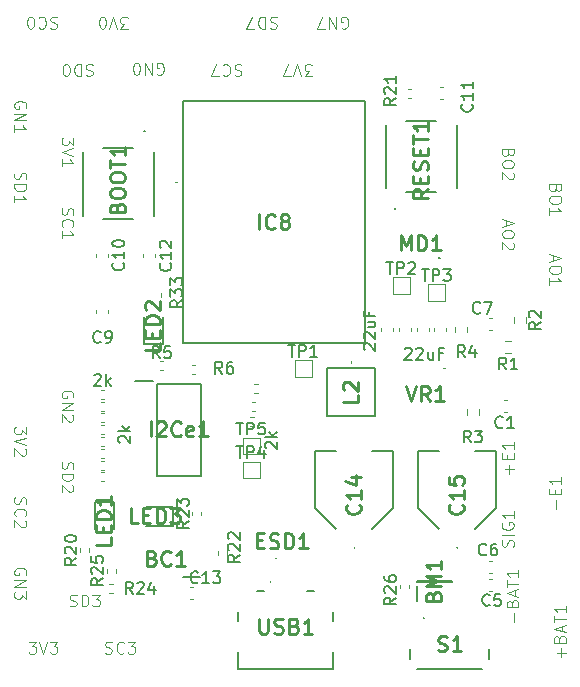
<source format=gbr>
%TF.GenerationSoftware,KiCad,Pcbnew,8.0.6*%
%TF.CreationDate,2025-01-16T10:56:52-08:00*%
%TF.ProjectId,DeskCleanerRobot2,4465736b-436c-4656-916e-6572526f626f,rev?*%
%TF.SameCoordinates,Original*%
%TF.FileFunction,Legend,Top*%
%TF.FilePolarity,Positive*%
%FSLAX46Y46*%
G04 Gerber Fmt 4.6, Leading zero omitted, Abs format (unit mm)*
G04 Created by KiCad (PCBNEW 8.0.6) date 2025-01-16 10:56:52*
%MOMM*%
%LPD*%
G01*
G04 APERTURE LIST*
%ADD10C,0.100000*%
%ADD11C,0.150000*%
%ADD12C,0.254000*%
%ADD13C,0.120000*%
%ADD14C,0.200000*%
%ADD15C,0.063060*%
%ADD16C,0.050000*%
G04 APERTURE END LIST*
D10*
X117261904Y-35090200D02*
X117119047Y-35042580D01*
X117119047Y-35042580D02*
X116880952Y-35042580D01*
X116880952Y-35042580D02*
X116785714Y-35090200D01*
X116785714Y-35090200D02*
X116738095Y-35137819D01*
X116738095Y-35137819D02*
X116690476Y-35233057D01*
X116690476Y-35233057D02*
X116690476Y-35328295D01*
X116690476Y-35328295D02*
X116738095Y-35423533D01*
X116738095Y-35423533D02*
X116785714Y-35471152D01*
X116785714Y-35471152D02*
X116880952Y-35518771D01*
X116880952Y-35518771D02*
X117071428Y-35566390D01*
X117071428Y-35566390D02*
X117166666Y-35614009D01*
X117166666Y-35614009D02*
X117214285Y-35661628D01*
X117214285Y-35661628D02*
X117261904Y-35756866D01*
X117261904Y-35756866D02*
X117261904Y-35852104D01*
X117261904Y-35852104D02*
X117214285Y-35947342D01*
X117214285Y-35947342D02*
X117166666Y-35994961D01*
X117166666Y-35994961D02*
X117071428Y-36042580D01*
X117071428Y-36042580D02*
X116833333Y-36042580D01*
X116833333Y-36042580D02*
X116690476Y-35994961D01*
X115690476Y-35137819D02*
X115738095Y-35090200D01*
X115738095Y-35090200D02*
X115880952Y-35042580D01*
X115880952Y-35042580D02*
X115976190Y-35042580D01*
X115976190Y-35042580D02*
X116119047Y-35090200D01*
X116119047Y-35090200D02*
X116214285Y-35185438D01*
X116214285Y-35185438D02*
X116261904Y-35280676D01*
X116261904Y-35280676D02*
X116309523Y-35471152D01*
X116309523Y-35471152D02*
X116309523Y-35614009D01*
X116309523Y-35614009D02*
X116261904Y-35804485D01*
X116261904Y-35804485D02*
X116214285Y-35899723D01*
X116214285Y-35899723D02*
X116119047Y-35994961D01*
X116119047Y-35994961D02*
X115976190Y-36042580D01*
X115976190Y-36042580D02*
X115880952Y-36042580D01*
X115880952Y-36042580D02*
X115738095Y-35994961D01*
X115738095Y-35994961D02*
X115690476Y-35947342D01*
X115357142Y-36042580D02*
X114690476Y-36042580D01*
X114690476Y-36042580D02*
X115119047Y-35042580D01*
D11*
X130354819Y-80217857D02*
X129878628Y-80551190D01*
X130354819Y-80789285D02*
X129354819Y-80789285D01*
X129354819Y-80789285D02*
X129354819Y-80408333D01*
X129354819Y-80408333D02*
X129402438Y-80313095D01*
X129402438Y-80313095D02*
X129450057Y-80265476D01*
X129450057Y-80265476D02*
X129545295Y-80217857D01*
X129545295Y-80217857D02*
X129688152Y-80217857D01*
X129688152Y-80217857D02*
X129783390Y-80265476D01*
X129783390Y-80265476D02*
X129831009Y-80313095D01*
X129831009Y-80313095D02*
X129878628Y-80408333D01*
X129878628Y-80408333D02*
X129878628Y-80789285D01*
X129450057Y-79836904D02*
X129402438Y-79789285D01*
X129402438Y-79789285D02*
X129354819Y-79694047D01*
X129354819Y-79694047D02*
X129354819Y-79455952D01*
X129354819Y-79455952D02*
X129402438Y-79360714D01*
X129402438Y-79360714D02*
X129450057Y-79313095D01*
X129450057Y-79313095D02*
X129545295Y-79265476D01*
X129545295Y-79265476D02*
X129640533Y-79265476D01*
X129640533Y-79265476D02*
X129783390Y-79313095D01*
X129783390Y-79313095D02*
X130354819Y-79884523D01*
X130354819Y-79884523D02*
X130354819Y-79265476D01*
X129354819Y-78408333D02*
X129354819Y-78598809D01*
X129354819Y-78598809D02*
X129402438Y-78694047D01*
X129402438Y-78694047D02*
X129450057Y-78741666D01*
X129450057Y-78741666D02*
X129592914Y-78836904D01*
X129592914Y-78836904D02*
X129783390Y-78884523D01*
X129783390Y-78884523D02*
X130164342Y-78884523D01*
X130164342Y-78884523D02*
X130259580Y-78836904D01*
X130259580Y-78836904D02*
X130307200Y-78789285D01*
X130307200Y-78789285D02*
X130354819Y-78694047D01*
X130354819Y-78694047D02*
X130354819Y-78503571D01*
X130354819Y-78503571D02*
X130307200Y-78408333D01*
X130307200Y-78408333D02*
X130259580Y-78360714D01*
X130259580Y-78360714D02*
X130164342Y-78313095D01*
X130164342Y-78313095D02*
X129926247Y-78313095D01*
X129926247Y-78313095D02*
X129831009Y-78360714D01*
X129831009Y-78360714D02*
X129783390Y-78408333D01*
X129783390Y-78408333D02*
X129735771Y-78503571D01*
X129735771Y-78503571D02*
X129735771Y-78694047D01*
X129735771Y-78694047D02*
X129783390Y-78789285D01*
X129783390Y-78789285D02*
X129831009Y-78836904D01*
X129831009Y-78836904D02*
X129926247Y-78884523D01*
D12*
X109573190Y-66574318D02*
X109573190Y-65304318D01*
X110117476Y-65425270D02*
X110177952Y-65364794D01*
X110177952Y-65364794D02*
X110298905Y-65304318D01*
X110298905Y-65304318D02*
X110601286Y-65304318D01*
X110601286Y-65304318D02*
X110722238Y-65364794D01*
X110722238Y-65364794D02*
X110782714Y-65425270D01*
X110782714Y-65425270D02*
X110843191Y-65546222D01*
X110843191Y-65546222D02*
X110843191Y-65667175D01*
X110843191Y-65667175D02*
X110782714Y-65848603D01*
X110782714Y-65848603D02*
X110057000Y-66574318D01*
X110057000Y-66574318D02*
X110843191Y-66574318D01*
X112113191Y-66453365D02*
X112052715Y-66513842D01*
X112052715Y-66513842D02*
X111871286Y-66574318D01*
X111871286Y-66574318D02*
X111750334Y-66574318D01*
X111750334Y-66574318D02*
X111568905Y-66513842D01*
X111568905Y-66513842D02*
X111447953Y-66392889D01*
X111447953Y-66392889D02*
X111387476Y-66271937D01*
X111387476Y-66271937D02*
X111327000Y-66030032D01*
X111327000Y-66030032D02*
X111327000Y-65848603D01*
X111327000Y-65848603D02*
X111387476Y-65606699D01*
X111387476Y-65606699D02*
X111447953Y-65485746D01*
X111447953Y-65485746D02*
X111568905Y-65364794D01*
X111568905Y-65364794D02*
X111750334Y-65304318D01*
X111750334Y-65304318D02*
X111871286Y-65304318D01*
X111871286Y-65304318D02*
X112052715Y-65364794D01*
X112052715Y-65364794D02*
X112113191Y-65425270D01*
X113141286Y-66513842D02*
X113020334Y-66574318D01*
X113020334Y-66574318D02*
X112778429Y-66574318D01*
X112778429Y-66574318D02*
X112657476Y-66513842D01*
X112657476Y-66513842D02*
X112597000Y-66392889D01*
X112597000Y-66392889D02*
X112597000Y-65909080D01*
X112597000Y-65909080D02*
X112657476Y-65788127D01*
X112657476Y-65788127D02*
X112778429Y-65727651D01*
X112778429Y-65727651D02*
X113020334Y-65727651D01*
X113020334Y-65727651D02*
X113141286Y-65788127D01*
X113141286Y-65788127D02*
X113201762Y-65909080D01*
X113201762Y-65909080D02*
X113201762Y-66030032D01*
X113201762Y-66030032D02*
X112597000Y-66150984D01*
X114411286Y-66574318D02*
X113685571Y-66574318D01*
X114048428Y-66574318D02*
X114048428Y-65304318D01*
X114048428Y-65304318D02*
X113927476Y-65485746D01*
X113927476Y-65485746D02*
X113806524Y-65606699D01*
X113806524Y-65606699D02*
X113685571Y-65667175D01*
D11*
X115633333Y-61254819D02*
X115300000Y-60778628D01*
X115061905Y-61254819D02*
X115061905Y-60254819D01*
X115061905Y-60254819D02*
X115442857Y-60254819D01*
X115442857Y-60254819D02*
X115538095Y-60302438D01*
X115538095Y-60302438D02*
X115585714Y-60350057D01*
X115585714Y-60350057D02*
X115633333Y-60445295D01*
X115633333Y-60445295D02*
X115633333Y-60588152D01*
X115633333Y-60588152D02*
X115585714Y-60683390D01*
X115585714Y-60683390D02*
X115538095Y-60731009D01*
X115538095Y-60731009D02*
X115442857Y-60778628D01*
X115442857Y-60778628D02*
X115061905Y-60778628D01*
X116490476Y-60254819D02*
X116300000Y-60254819D01*
X116300000Y-60254819D02*
X116204762Y-60302438D01*
X116204762Y-60302438D02*
X116157143Y-60350057D01*
X116157143Y-60350057D02*
X116061905Y-60492914D01*
X116061905Y-60492914D02*
X116014286Y-60683390D01*
X116014286Y-60683390D02*
X116014286Y-61064342D01*
X116014286Y-61064342D02*
X116061905Y-61159580D01*
X116061905Y-61159580D02*
X116109524Y-61207200D01*
X116109524Y-61207200D02*
X116204762Y-61254819D01*
X116204762Y-61254819D02*
X116395238Y-61254819D01*
X116395238Y-61254819D02*
X116490476Y-61207200D01*
X116490476Y-61207200D02*
X116538095Y-61159580D01*
X116538095Y-61159580D02*
X116585714Y-61064342D01*
X116585714Y-61064342D02*
X116585714Y-60826247D01*
X116585714Y-60826247D02*
X116538095Y-60731009D01*
X116538095Y-60731009D02*
X116490476Y-60683390D01*
X116490476Y-60683390D02*
X116395238Y-60635771D01*
X116395238Y-60635771D02*
X116204762Y-60635771D01*
X116204762Y-60635771D02*
X116109524Y-60683390D01*
X116109524Y-60683390D02*
X116061905Y-60731009D01*
X116061905Y-60731009D02*
X116014286Y-60826247D01*
X111239580Y-51917857D02*
X111287200Y-51965476D01*
X111287200Y-51965476D02*
X111334819Y-52108333D01*
X111334819Y-52108333D02*
X111334819Y-52203571D01*
X111334819Y-52203571D02*
X111287200Y-52346428D01*
X111287200Y-52346428D02*
X111191961Y-52441666D01*
X111191961Y-52441666D02*
X111096723Y-52489285D01*
X111096723Y-52489285D02*
X110906247Y-52536904D01*
X110906247Y-52536904D02*
X110763390Y-52536904D01*
X110763390Y-52536904D02*
X110572914Y-52489285D01*
X110572914Y-52489285D02*
X110477676Y-52441666D01*
X110477676Y-52441666D02*
X110382438Y-52346428D01*
X110382438Y-52346428D02*
X110334819Y-52203571D01*
X110334819Y-52203571D02*
X110334819Y-52108333D01*
X110334819Y-52108333D02*
X110382438Y-51965476D01*
X110382438Y-51965476D02*
X110430057Y-51917857D01*
X111334819Y-50965476D02*
X111334819Y-51536904D01*
X111334819Y-51251190D02*
X110334819Y-51251190D01*
X110334819Y-51251190D02*
X110477676Y-51346428D01*
X110477676Y-51346428D02*
X110572914Y-51441666D01*
X110572914Y-51441666D02*
X110620533Y-51536904D01*
X110430057Y-50584523D02*
X110382438Y-50536904D01*
X110382438Y-50536904D02*
X110334819Y-50441666D01*
X110334819Y-50441666D02*
X110334819Y-50203571D01*
X110334819Y-50203571D02*
X110382438Y-50108333D01*
X110382438Y-50108333D02*
X110430057Y-50060714D01*
X110430057Y-50060714D02*
X110525295Y-50013095D01*
X110525295Y-50013095D02*
X110620533Y-50013095D01*
X110620533Y-50013095D02*
X110763390Y-50060714D01*
X110763390Y-50060714D02*
X111334819Y-50632142D01*
X111334819Y-50632142D02*
X111334819Y-50013095D01*
X117104819Y-76592857D02*
X116628628Y-76926190D01*
X117104819Y-77164285D02*
X116104819Y-77164285D01*
X116104819Y-77164285D02*
X116104819Y-76783333D01*
X116104819Y-76783333D02*
X116152438Y-76688095D01*
X116152438Y-76688095D02*
X116200057Y-76640476D01*
X116200057Y-76640476D02*
X116295295Y-76592857D01*
X116295295Y-76592857D02*
X116438152Y-76592857D01*
X116438152Y-76592857D02*
X116533390Y-76640476D01*
X116533390Y-76640476D02*
X116581009Y-76688095D01*
X116581009Y-76688095D02*
X116628628Y-76783333D01*
X116628628Y-76783333D02*
X116628628Y-77164285D01*
X116200057Y-76211904D02*
X116152438Y-76164285D01*
X116152438Y-76164285D02*
X116104819Y-76069047D01*
X116104819Y-76069047D02*
X116104819Y-75830952D01*
X116104819Y-75830952D02*
X116152438Y-75735714D01*
X116152438Y-75735714D02*
X116200057Y-75688095D01*
X116200057Y-75688095D02*
X116295295Y-75640476D01*
X116295295Y-75640476D02*
X116390533Y-75640476D01*
X116390533Y-75640476D02*
X116533390Y-75688095D01*
X116533390Y-75688095D02*
X117104819Y-76259523D01*
X117104819Y-76259523D02*
X117104819Y-75640476D01*
X116200057Y-75259523D02*
X116152438Y-75211904D01*
X116152438Y-75211904D02*
X116104819Y-75116666D01*
X116104819Y-75116666D02*
X116104819Y-74878571D01*
X116104819Y-74878571D02*
X116152438Y-74783333D01*
X116152438Y-74783333D02*
X116200057Y-74735714D01*
X116200057Y-74735714D02*
X116295295Y-74688095D01*
X116295295Y-74688095D02*
X116390533Y-74688095D01*
X116390533Y-74688095D02*
X116533390Y-74735714D01*
X116533390Y-74735714D02*
X117104819Y-75307142D01*
X117104819Y-75307142D02*
X117104819Y-74688095D01*
D10*
X103042580Y-41261905D02*
X103042580Y-41880952D01*
X103042580Y-41880952D02*
X102661628Y-41547619D01*
X102661628Y-41547619D02*
X102661628Y-41690476D01*
X102661628Y-41690476D02*
X102614009Y-41785714D01*
X102614009Y-41785714D02*
X102566390Y-41833333D01*
X102566390Y-41833333D02*
X102471152Y-41880952D01*
X102471152Y-41880952D02*
X102233057Y-41880952D01*
X102233057Y-41880952D02*
X102137819Y-41833333D01*
X102137819Y-41833333D02*
X102090200Y-41785714D01*
X102090200Y-41785714D02*
X102042580Y-41690476D01*
X102042580Y-41690476D02*
X102042580Y-41404762D01*
X102042580Y-41404762D02*
X102090200Y-41309524D01*
X102090200Y-41309524D02*
X102137819Y-41261905D01*
X103042580Y-42166667D02*
X102042580Y-42500000D01*
X102042580Y-42500000D02*
X103042580Y-42833333D01*
X102042580Y-43690476D02*
X102042580Y-43119048D01*
X102042580Y-43404762D02*
X103042580Y-43404762D01*
X103042580Y-43404762D02*
X102899723Y-43309524D01*
X102899723Y-43309524D02*
X102804485Y-43214286D01*
X102804485Y-43214286D02*
X102756866Y-43119048D01*
D11*
X105534819Y-78592857D02*
X105058628Y-78926190D01*
X105534819Y-79164285D02*
X104534819Y-79164285D01*
X104534819Y-79164285D02*
X104534819Y-78783333D01*
X104534819Y-78783333D02*
X104582438Y-78688095D01*
X104582438Y-78688095D02*
X104630057Y-78640476D01*
X104630057Y-78640476D02*
X104725295Y-78592857D01*
X104725295Y-78592857D02*
X104868152Y-78592857D01*
X104868152Y-78592857D02*
X104963390Y-78640476D01*
X104963390Y-78640476D02*
X105011009Y-78688095D01*
X105011009Y-78688095D02*
X105058628Y-78783333D01*
X105058628Y-78783333D02*
X105058628Y-79164285D01*
X104630057Y-78211904D02*
X104582438Y-78164285D01*
X104582438Y-78164285D02*
X104534819Y-78069047D01*
X104534819Y-78069047D02*
X104534819Y-77830952D01*
X104534819Y-77830952D02*
X104582438Y-77735714D01*
X104582438Y-77735714D02*
X104630057Y-77688095D01*
X104630057Y-77688095D02*
X104725295Y-77640476D01*
X104725295Y-77640476D02*
X104820533Y-77640476D01*
X104820533Y-77640476D02*
X104963390Y-77688095D01*
X104963390Y-77688095D02*
X105534819Y-78259523D01*
X105534819Y-78259523D02*
X105534819Y-77640476D01*
X104534819Y-76735714D02*
X104534819Y-77211904D01*
X104534819Y-77211904D02*
X105011009Y-77259523D01*
X105011009Y-77259523D02*
X104963390Y-77211904D01*
X104963390Y-77211904D02*
X104915771Y-77116666D01*
X104915771Y-77116666D02*
X104915771Y-76878571D01*
X104915771Y-76878571D02*
X104963390Y-76783333D01*
X104963390Y-76783333D02*
X105011009Y-76735714D01*
X105011009Y-76735714D02*
X105106247Y-76688095D01*
X105106247Y-76688095D02*
X105344342Y-76688095D01*
X105344342Y-76688095D02*
X105439580Y-76735714D01*
X105439580Y-76735714D02*
X105487200Y-76783333D01*
X105487200Y-76783333D02*
X105534819Y-76878571D01*
X105534819Y-76878571D02*
X105534819Y-77116666D01*
X105534819Y-77116666D02*
X105487200Y-77211904D01*
X105487200Y-77211904D02*
X105439580Y-77259523D01*
D10*
X143926466Y-72709523D02*
X143926466Y-71947619D01*
X143783609Y-71471428D02*
X143783609Y-71138095D01*
X144307419Y-70995238D02*
X144307419Y-71471428D01*
X144307419Y-71471428D02*
X143307419Y-71471428D01*
X143307419Y-71471428D02*
X143307419Y-70995238D01*
X144307419Y-70042857D02*
X144307419Y-70614285D01*
X144307419Y-70328571D02*
X143307419Y-70328571D01*
X143307419Y-70328571D02*
X143450276Y-70423809D01*
X143450276Y-70423809D02*
X143545514Y-70519047D01*
X143545514Y-70519047D02*
X143593133Y-70614285D01*
D12*
X131199905Y-62309318D02*
X131623238Y-63579318D01*
X131623238Y-63579318D02*
X132046572Y-62309318D01*
X133195619Y-63579318D02*
X132772285Y-62974556D01*
X132469904Y-63579318D02*
X132469904Y-62309318D01*
X132469904Y-62309318D02*
X132953714Y-62309318D01*
X132953714Y-62309318D02*
X133074666Y-62369794D01*
X133074666Y-62369794D02*
X133135143Y-62430270D01*
X133135143Y-62430270D02*
X133195619Y-62551222D01*
X133195619Y-62551222D02*
X133195619Y-62732651D01*
X133195619Y-62732651D02*
X133135143Y-62853603D01*
X133135143Y-62853603D02*
X133074666Y-62914080D01*
X133074666Y-62914080D02*
X132953714Y-62974556D01*
X132953714Y-62974556D02*
X132469904Y-62974556D01*
X134405143Y-63579318D02*
X133679428Y-63579318D01*
X134042285Y-63579318D02*
X134042285Y-62309318D01*
X134042285Y-62309318D02*
X133921333Y-62490746D01*
X133921333Y-62490746D02*
X133800381Y-62611699D01*
X133800381Y-62611699D02*
X133679428Y-62672175D01*
X133932380Y-84693842D02*
X134113809Y-84754318D01*
X134113809Y-84754318D02*
X134416190Y-84754318D01*
X134416190Y-84754318D02*
X134537142Y-84693842D01*
X134537142Y-84693842D02*
X134597618Y-84633365D01*
X134597618Y-84633365D02*
X134658095Y-84512413D01*
X134658095Y-84512413D02*
X134658095Y-84391461D01*
X134658095Y-84391461D02*
X134597618Y-84270508D01*
X134597618Y-84270508D02*
X134537142Y-84210032D01*
X134537142Y-84210032D02*
X134416190Y-84149556D01*
X134416190Y-84149556D02*
X134174285Y-84089080D01*
X134174285Y-84089080D02*
X134053333Y-84028603D01*
X134053333Y-84028603D02*
X133992856Y-83968127D01*
X133992856Y-83968127D02*
X133932380Y-83847175D01*
X133932380Y-83847175D02*
X133932380Y-83726222D01*
X133932380Y-83726222D02*
X133992856Y-83605270D01*
X133992856Y-83605270D02*
X134053333Y-83544794D01*
X134053333Y-83544794D02*
X134174285Y-83484318D01*
X134174285Y-83484318D02*
X134476666Y-83484318D01*
X134476666Y-83484318D02*
X134658095Y-83544794D01*
X135867619Y-84754318D02*
X135141904Y-84754318D01*
X135504761Y-84754318D02*
X135504761Y-83484318D01*
X135504761Y-83484318D02*
X135383809Y-83665746D01*
X135383809Y-83665746D02*
X135262857Y-83786699D01*
X135262857Y-83786699D02*
X135141904Y-83847175D01*
D10*
X140259800Y-75899999D02*
X140307419Y-75757142D01*
X140307419Y-75757142D02*
X140307419Y-75519047D01*
X140307419Y-75519047D02*
X140259800Y-75423809D01*
X140259800Y-75423809D02*
X140212180Y-75376190D01*
X140212180Y-75376190D02*
X140116942Y-75328571D01*
X140116942Y-75328571D02*
X140021704Y-75328571D01*
X140021704Y-75328571D02*
X139926466Y-75376190D01*
X139926466Y-75376190D02*
X139878847Y-75423809D01*
X139878847Y-75423809D02*
X139831228Y-75519047D01*
X139831228Y-75519047D02*
X139783609Y-75709523D01*
X139783609Y-75709523D02*
X139735990Y-75804761D01*
X139735990Y-75804761D02*
X139688371Y-75852380D01*
X139688371Y-75852380D02*
X139593133Y-75899999D01*
X139593133Y-75899999D02*
X139497895Y-75899999D01*
X139497895Y-75899999D02*
X139402657Y-75852380D01*
X139402657Y-75852380D02*
X139355038Y-75804761D01*
X139355038Y-75804761D02*
X139307419Y-75709523D01*
X139307419Y-75709523D02*
X139307419Y-75471428D01*
X139307419Y-75471428D02*
X139355038Y-75328571D01*
X140307419Y-74899999D02*
X139307419Y-74899999D01*
X139355038Y-73900000D02*
X139307419Y-73995238D01*
X139307419Y-73995238D02*
X139307419Y-74138095D01*
X139307419Y-74138095D02*
X139355038Y-74280952D01*
X139355038Y-74280952D02*
X139450276Y-74376190D01*
X139450276Y-74376190D02*
X139545514Y-74423809D01*
X139545514Y-74423809D02*
X139735990Y-74471428D01*
X139735990Y-74471428D02*
X139878847Y-74471428D01*
X139878847Y-74471428D02*
X140069323Y-74423809D01*
X140069323Y-74423809D02*
X140164561Y-74376190D01*
X140164561Y-74376190D02*
X140259800Y-74280952D01*
X140259800Y-74280952D02*
X140307419Y-74138095D01*
X140307419Y-74138095D02*
X140307419Y-74042857D01*
X140307419Y-74042857D02*
X140259800Y-73900000D01*
X140259800Y-73900000D02*
X140212180Y-73852381D01*
X140212180Y-73852381D02*
X139878847Y-73852381D01*
X139878847Y-73852381D02*
X139878847Y-74042857D01*
X140307419Y-72900000D02*
X140307419Y-73471428D01*
X140307419Y-73185714D02*
X139307419Y-73185714D01*
X139307419Y-73185714D02*
X139450276Y-73280952D01*
X139450276Y-73280952D02*
X139545514Y-73376190D01*
X139545514Y-73376190D02*
X139593133Y-73471428D01*
X105738095Y-84909800D02*
X105880952Y-84957419D01*
X105880952Y-84957419D02*
X106119047Y-84957419D01*
X106119047Y-84957419D02*
X106214285Y-84909800D01*
X106214285Y-84909800D02*
X106261904Y-84862180D01*
X106261904Y-84862180D02*
X106309523Y-84766942D01*
X106309523Y-84766942D02*
X106309523Y-84671704D01*
X106309523Y-84671704D02*
X106261904Y-84576466D01*
X106261904Y-84576466D02*
X106214285Y-84528847D01*
X106214285Y-84528847D02*
X106119047Y-84481228D01*
X106119047Y-84481228D02*
X105928571Y-84433609D01*
X105928571Y-84433609D02*
X105833333Y-84385990D01*
X105833333Y-84385990D02*
X105785714Y-84338371D01*
X105785714Y-84338371D02*
X105738095Y-84243133D01*
X105738095Y-84243133D02*
X105738095Y-84147895D01*
X105738095Y-84147895D02*
X105785714Y-84052657D01*
X105785714Y-84052657D02*
X105833333Y-84005038D01*
X105833333Y-84005038D02*
X105928571Y-83957419D01*
X105928571Y-83957419D02*
X106166666Y-83957419D01*
X106166666Y-83957419D02*
X106309523Y-84005038D01*
X107309523Y-84862180D02*
X107261904Y-84909800D01*
X107261904Y-84909800D02*
X107119047Y-84957419D01*
X107119047Y-84957419D02*
X107023809Y-84957419D01*
X107023809Y-84957419D02*
X106880952Y-84909800D01*
X106880952Y-84909800D02*
X106785714Y-84814561D01*
X106785714Y-84814561D02*
X106738095Y-84719323D01*
X106738095Y-84719323D02*
X106690476Y-84528847D01*
X106690476Y-84528847D02*
X106690476Y-84385990D01*
X106690476Y-84385990D02*
X106738095Y-84195514D01*
X106738095Y-84195514D02*
X106785714Y-84100276D01*
X106785714Y-84100276D02*
X106880952Y-84005038D01*
X106880952Y-84005038D02*
X107023809Y-83957419D01*
X107023809Y-83957419D02*
X107119047Y-83957419D01*
X107119047Y-83957419D02*
X107261904Y-84005038D01*
X107261904Y-84005038D02*
X107309523Y-84052657D01*
X107642857Y-83957419D02*
X108261904Y-83957419D01*
X108261904Y-83957419D02*
X107928571Y-84338371D01*
X107928571Y-84338371D02*
X108071428Y-84338371D01*
X108071428Y-84338371D02*
X108166666Y-84385990D01*
X108166666Y-84385990D02*
X108214285Y-84433609D01*
X108214285Y-84433609D02*
X108261904Y-84528847D01*
X108261904Y-84528847D02*
X108261904Y-84766942D01*
X108261904Y-84766942D02*
X108214285Y-84862180D01*
X108214285Y-84862180D02*
X108166666Y-84909800D01*
X108166666Y-84909800D02*
X108071428Y-84957419D01*
X108071428Y-84957419D02*
X107785714Y-84957419D01*
X107785714Y-84957419D02*
X107690476Y-84909800D01*
X107690476Y-84909800D02*
X107642857Y-84862180D01*
X110138095Y-35894961D02*
X110233333Y-35942580D01*
X110233333Y-35942580D02*
X110376190Y-35942580D01*
X110376190Y-35942580D02*
X110519047Y-35894961D01*
X110519047Y-35894961D02*
X110614285Y-35799723D01*
X110614285Y-35799723D02*
X110661904Y-35704485D01*
X110661904Y-35704485D02*
X110709523Y-35514009D01*
X110709523Y-35514009D02*
X110709523Y-35371152D01*
X110709523Y-35371152D02*
X110661904Y-35180676D01*
X110661904Y-35180676D02*
X110614285Y-35085438D01*
X110614285Y-35085438D02*
X110519047Y-34990200D01*
X110519047Y-34990200D02*
X110376190Y-34942580D01*
X110376190Y-34942580D02*
X110280952Y-34942580D01*
X110280952Y-34942580D02*
X110138095Y-34990200D01*
X110138095Y-34990200D02*
X110090476Y-35037819D01*
X110090476Y-35037819D02*
X110090476Y-35371152D01*
X110090476Y-35371152D02*
X110280952Y-35371152D01*
X109661904Y-34942580D02*
X109661904Y-35942580D01*
X109661904Y-35942580D02*
X109090476Y-34942580D01*
X109090476Y-34942580D02*
X109090476Y-35942580D01*
X108423809Y-35942580D02*
X108328571Y-35942580D01*
X108328571Y-35942580D02*
X108233333Y-35894961D01*
X108233333Y-35894961D02*
X108185714Y-35847342D01*
X108185714Y-35847342D02*
X108138095Y-35752104D01*
X108138095Y-35752104D02*
X108090476Y-35561628D01*
X108090476Y-35561628D02*
X108090476Y-35323533D01*
X108090476Y-35323533D02*
X108138095Y-35133057D01*
X108138095Y-35133057D02*
X108185714Y-35037819D01*
X108185714Y-35037819D02*
X108233333Y-34990200D01*
X108233333Y-34990200D02*
X108328571Y-34942580D01*
X108328571Y-34942580D02*
X108423809Y-34942580D01*
X108423809Y-34942580D02*
X108519047Y-34990200D01*
X108519047Y-34990200D02*
X108566666Y-35037819D01*
X108566666Y-35037819D02*
X108614285Y-35133057D01*
X108614285Y-35133057D02*
X108661904Y-35323533D01*
X108661904Y-35323533D02*
X108661904Y-35561628D01*
X108661904Y-35561628D02*
X108614285Y-35752104D01*
X108614285Y-35752104D02*
X108566666Y-35847342D01*
X108566666Y-35847342D02*
X108519047Y-35894961D01*
X108519047Y-35894961D02*
X108423809Y-35942580D01*
X98090200Y-44238095D02*
X98042580Y-44380952D01*
X98042580Y-44380952D02*
X98042580Y-44619047D01*
X98042580Y-44619047D02*
X98090200Y-44714285D01*
X98090200Y-44714285D02*
X98137819Y-44761904D01*
X98137819Y-44761904D02*
X98233057Y-44809523D01*
X98233057Y-44809523D02*
X98328295Y-44809523D01*
X98328295Y-44809523D02*
X98423533Y-44761904D01*
X98423533Y-44761904D02*
X98471152Y-44714285D01*
X98471152Y-44714285D02*
X98518771Y-44619047D01*
X98518771Y-44619047D02*
X98566390Y-44428571D01*
X98566390Y-44428571D02*
X98614009Y-44333333D01*
X98614009Y-44333333D02*
X98661628Y-44285714D01*
X98661628Y-44285714D02*
X98756866Y-44238095D01*
X98756866Y-44238095D02*
X98852104Y-44238095D01*
X98852104Y-44238095D02*
X98947342Y-44285714D01*
X98947342Y-44285714D02*
X98994961Y-44333333D01*
X98994961Y-44333333D02*
X99042580Y-44428571D01*
X99042580Y-44428571D02*
X99042580Y-44666666D01*
X99042580Y-44666666D02*
X98994961Y-44809523D01*
X98042580Y-45238095D02*
X99042580Y-45238095D01*
X99042580Y-45238095D02*
X99042580Y-45476190D01*
X99042580Y-45476190D02*
X98994961Y-45619047D01*
X98994961Y-45619047D02*
X98899723Y-45714285D01*
X98899723Y-45714285D02*
X98804485Y-45761904D01*
X98804485Y-45761904D02*
X98614009Y-45809523D01*
X98614009Y-45809523D02*
X98471152Y-45809523D01*
X98471152Y-45809523D02*
X98280676Y-45761904D01*
X98280676Y-45761904D02*
X98185438Y-45714285D01*
X98185438Y-45714285D02*
X98090200Y-45619047D01*
X98090200Y-45619047D02*
X98042580Y-45476190D01*
X98042580Y-45476190D02*
X98042580Y-45238095D01*
X98042580Y-46761904D02*
X98042580Y-46190476D01*
X98042580Y-46476190D02*
X99042580Y-46476190D01*
X99042580Y-46476190D02*
X98899723Y-46380952D01*
X98899723Y-46380952D02*
X98804485Y-46285714D01*
X98804485Y-46285714D02*
X98756866Y-46190476D01*
D11*
X127700057Y-59257856D02*
X127652438Y-59210237D01*
X127652438Y-59210237D02*
X127604819Y-59114999D01*
X127604819Y-59114999D02*
X127604819Y-58876904D01*
X127604819Y-58876904D02*
X127652438Y-58781666D01*
X127652438Y-58781666D02*
X127700057Y-58734047D01*
X127700057Y-58734047D02*
X127795295Y-58686428D01*
X127795295Y-58686428D02*
X127890533Y-58686428D01*
X127890533Y-58686428D02*
X128033390Y-58734047D01*
X128033390Y-58734047D02*
X128604819Y-59305475D01*
X128604819Y-59305475D02*
X128604819Y-58686428D01*
X127700057Y-58305475D02*
X127652438Y-58257856D01*
X127652438Y-58257856D02*
X127604819Y-58162618D01*
X127604819Y-58162618D02*
X127604819Y-57924523D01*
X127604819Y-57924523D02*
X127652438Y-57829285D01*
X127652438Y-57829285D02*
X127700057Y-57781666D01*
X127700057Y-57781666D02*
X127795295Y-57734047D01*
X127795295Y-57734047D02*
X127890533Y-57734047D01*
X127890533Y-57734047D02*
X128033390Y-57781666D01*
X128033390Y-57781666D02*
X128604819Y-58353094D01*
X128604819Y-58353094D02*
X128604819Y-57734047D01*
X127938152Y-56876904D02*
X128604819Y-56876904D01*
X127938152Y-57305475D02*
X128461961Y-57305475D01*
X128461961Y-57305475D02*
X128557200Y-57257856D01*
X128557200Y-57257856D02*
X128604819Y-57162618D01*
X128604819Y-57162618D02*
X128604819Y-57019761D01*
X128604819Y-57019761D02*
X128557200Y-56924523D01*
X128557200Y-56924523D02*
X128509580Y-56876904D01*
X128081009Y-56067380D02*
X128081009Y-56400713D01*
X128604819Y-56400713D02*
X127604819Y-56400713D01*
X127604819Y-56400713D02*
X127604819Y-55924523D01*
D12*
X133509080Y-80064761D02*
X133569556Y-79883333D01*
X133569556Y-79883333D02*
X133630032Y-79822856D01*
X133630032Y-79822856D02*
X133750984Y-79762380D01*
X133750984Y-79762380D02*
X133932413Y-79762380D01*
X133932413Y-79762380D02*
X134053365Y-79822856D01*
X134053365Y-79822856D02*
X134113842Y-79883333D01*
X134113842Y-79883333D02*
X134174318Y-80004285D01*
X134174318Y-80004285D02*
X134174318Y-80488095D01*
X134174318Y-80488095D02*
X132904318Y-80488095D01*
X132904318Y-80488095D02*
X132904318Y-80064761D01*
X132904318Y-80064761D02*
X132964794Y-79943809D01*
X132964794Y-79943809D02*
X133025270Y-79883333D01*
X133025270Y-79883333D02*
X133146222Y-79822856D01*
X133146222Y-79822856D02*
X133267175Y-79822856D01*
X133267175Y-79822856D02*
X133388127Y-79883333D01*
X133388127Y-79883333D02*
X133448603Y-79943809D01*
X133448603Y-79943809D02*
X133509080Y-80064761D01*
X133509080Y-80064761D02*
X133509080Y-80488095D01*
X134174318Y-79218095D02*
X132904318Y-79218095D01*
X132904318Y-79218095D02*
X133811461Y-78794761D01*
X133811461Y-78794761D02*
X132904318Y-78371428D01*
X132904318Y-78371428D02*
X134174318Y-78371428D01*
X134174318Y-77101427D02*
X134174318Y-77827142D01*
X134174318Y-77464285D02*
X132904318Y-77464285D01*
X132904318Y-77464285D02*
X133085746Y-77585237D01*
X133085746Y-77585237D02*
X133206699Y-77706189D01*
X133206699Y-77706189D02*
X133267175Y-77827142D01*
X110374318Y-58621190D02*
X110374318Y-59225952D01*
X110374318Y-59225952D02*
X109104318Y-59225952D01*
X109709080Y-58197857D02*
X109709080Y-57774523D01*
X110374318Y-57593095D02*
X110374318Y-58197857D01*
X110374318Y-58197857D02*
X109104318Y-58197857D01*
X109104318Y-58197857D02*
X109104318Y-57593095D01*
X110374318Y-57048809D02*
X109104318Y-57048809D01*
X109104318Y-57048809D02*
X109104318Y-56746428D01*
X109104318Y-56746428D02*
X109164794Y-56564999D01*
X109164794Y-56564999D02*
X109285746Y-56444047D01*
X109285746Y-56444047D02*
X109406699Y-56383570D01*
X109406699Y-56383570D02*
X109648603Y-56323094D01*
X109648603Y-56323094D02*
X109830032Y-56323094D01*
X109830032Y-56323094D02*
X110071937Y-56383570D01*
X110071937Y-56383570D02*
X110192889Y-56444047D01*
X110192889Y-56444047D02*
X110313842Y-56564999D01*
X110313842Y-56564999D02*
X110374318Y-56746428D01*
X110374318Y-56746428D02*
X110374318Y-57048809D01*
X109225270Y-55839285D02*
X109164794Y-55778809D01*
X109164794Y-55778809D02*
X109104318Y-55657856D01*
X109104318Y-55657856D02*
X109104318Y-55355475D01*
X109104318Y-55355475D02*
X109164794Y-55234523D01*
X109164794Y-55234523D02*
X109225270Y-55174047D01*
X109225270Y-55174047D02*
X109346222Y-55113570D01*
X109346222Y-55113570D02*
X109467175Y-55113570D01*
X109467175Y-55113570D02*
X109648603Y-55174047D01*
X109648603Y-55174047D02*
X110374318Y-55899761D01*
X110374318Y-55899761D02*
X110374318Y-55113570D01*
D10*
X99261905Y-83957419D02*
X99880952Y-83957419D01*
X99880952Y-83957419D02*
X99547619Y-84338371D01*
X99547619Y-84338371D02*
X99690476Y-84338371D01*
X99690476Y-84338371D02*
X99785714Y-84385990D01*
X99785714Y-84385990D02*
X99833333Y-84433609D01*
X99833333Y-84433609D02*
X99880952Y-84528847D01*
X99880952Y-84528847D02*
X99880952Y-84766942D01*
X99880952Y-84766942D02*
X99833333Y-84862180D01*
X99833333Y-84862180D02*
X99785714Y-84909800D01*
X99785714Y-84909800D02*
X99690476Y-84957419D01*
X99690476Y-84957419D02*
X99404762Y-84957419D01*
X99404762Y-84957419D02*
X99309524Y-84909800D01*
X99309524Y-84909800D02*
X99261905Y-84862180D01*
X100166667Y-83957419D02*
X100500000Y-84957419D01*
X100500000Y-84957419D02*
X100833333Y-83957419D01*
X101071429Y-83957419D02*
X101690476Y-83957419D01*
X101690476Y-83957419D02*
X101357143Y-84338371D01*
X101357143Y-84338371D02*
X101500000Y-84338371D01*
X101500000Y-84338371D02*
X101595238Y-84385990D01*
X101595238Y-84385990D02*
X101642857Y-84433609D01*
X101642857Y-84433609D02*
X101690476Y-84528847D01*
X101690476Y-84528847D02*
X101690476Y-84766942D01*
X101690476Y-84766942D02*
X101642857Y-84862180D01*
X101642857Y-84862180D02*
X101595238Y-84909800D01*
X101595238Y-84909800D02*
X101500000Y-84957419D01*
X101500000Y-84957419D02*
X101214286Y-84957419D01*
X101214286Y-84957419D02*
X101119048Y-84909800D01*
X101119048Y-84909800D02*
X101071429Y-84862180D01*
X143628295Y-51261905D02*
X143628295Y-51738095D01*
X143342580Y-51166667D02*
X144342580Y-51500000D01*
X144342580Y-51500000D02*
X143342580Y-51833333D01*
X144342580Y-52357143D02*
X144342580Y-52547619D01*
X144342580Y-52547619D02*
X144294961Y-52642857D01*
X144294961Y-52642857D02*
X144199723Y-52738095D01*
X144199723Y-52738095D02*
X144009247Y-52785714D01*
X144009247Y-52785714D02*
X143675914Y-52785714D01*
X143675914Y-52785714D02*
X143485438Y-52738095D01*
X143485438Y-52738095D02*
X143390200Y-52642857D01*
X143390200Y-52642857D02*
X143342580Y-52547619D01*
X143342580Y-52547619D02*
X143342580Y-52357143D01*
X143342580Y-52357143D02*
X143390200Y-52261905D01*
X143390200Y-52261905D02*
X143485438Y-52166667D01*
X143485438Y-52166667D02*
X143675914Y-52119048D01*
X143675914Y-52119048D02*
X144009247Y-52119048D01*
X144009247Y-52119048D02*
X144199723Y-52166667D01*
X144199723Y-52166667D02*
X144294961Y-52261905D01*
X144294961Y-52261905D02*
X144342580Y-52357143D01*
X143342580Y-53738095D02*
X143342580Y-53166667D01*
X143342580Y-53452381D02*
X144342580Y-53452381D01*
X144342580Y-53452381D02*
X144199723Y-53357143D01*
X144199723Y-53357143D02*
X144104485Y-53261905D01*
X144104485Y-53261905D02*
X144056866Y-53166667D01*
D11*
X112254819Y-55042857D02*
X111778628Y-55376190D01*
X112254819Y-55614285D02*
X111254819Y-55614285D01*
X111254819Y-55614285D02*
X111254819Y-55233333D01*
X111254819Y-55233333D02*
X111302438Y-55138095D01*
X111302438Y-55138095D02*
X111350057Y-55090476D01*
X111350057Y-55090476D02*
X111445295Y-55042857D01*
X111445295Y-55042857D02*
X111588152Y-55042857D01*
X111588152Y-55042857D02*
X111683390Y-55090476D01*
X111683390Y-55090476D02*
X111731009Y-55138095D01*
X111731009Y-55138095D02*
X111778628Y-55233333D01*
X111778628Y-55233333D02*
X111778628Y-55614285D01*
X111254819Y-54709523D02*
X111254819Y-54090476D01*
X111254819Y-54090476D02*
X111635771Y-54423809D01*
X111635771Y-54423809D02*
X111635771Y-54280952D01*
X111635771Y-54280952D02*
X111683390Y-54185714D01*
X111683390Y-54185714D02*
X111731009Y-54138095D01*
X111731009Y-54138095D02*
X111826247Y-54090476D01*
X111826247Y-54090476D02*
X112064342Y-54090476D01*
X112064342Y-54090476D02*
X112159580Y-54138095D01*
X112159580Y-54138095D02*
X112207200Y-54185714D01*
X112207200Y-54185714D02*
X112254819Y-54280952D01*
X112254819Y-54280952D02*
X112254819Y-54566666D01*
X112254819Y-54566666D02*
X112207200Y-54661904D01*
X112207200Y-54661904D02*
X112159580Y-54709523D01*
X111254819Y-53757142D02*
X111254819Y-53138095D01*
X111254819Y-53138095D02*
X111635771Y-53471428D01*
X111635771Y-53471428D02*
X111635771Y-53328571D01*
X111635771Y-53328571D02*
X111683390Y-53233333D01*
X111683390Y-53233333D02*
X111731009Y-53185714D01*
X111731009Y-53185714D02*
X111826247Y-53138095D01*
X111826247Y-53138095D02*
X112064342Y-53138095D01*
X112064342Y-53138095D02*
X112159580Y-53185714D01*
X112159580Y-53185714D02*
X112207200Y-53233333D01*
X112207200Y-53233333D02*
X112254819Y-53328571D01*
X112254819Y-53328571D02*
X112254819Y-53614285D01*
X112254819Y-53614285D02*
X112207200Y-53709523D01*
X112207200Y-53709523D02*
X112159580Y-53757142D01*
X131107143Y-59165057D02*
X131154762Y-59117438D01*
X131154762Y-59117438D02*
X131250000Y-59069819D01*
X131250000Y-59069819D02*
X131488095Y-59069819D01*
X131488095Y-59069819D02*
X131583333Y-59117438D01*
X131583333Y-59117438D02*
X131630952Y-59165057D01*
X131630952Y-59165057D02*
X131678571Y-59260295D01*
X131678571Y-59260295D02*
X131678571Y-59355533D01*
X131678571Y-59355533D02*
X131630952Y-59498390D01*
X131630952Y-59498390D02*
X131059524Y-60069819D01*
X131059524Y-60069819D02*
X131678571Y-60069819D01*
X132059524Y-59165057D02*
X132107143Y-59117438D01*
X132107143Y-59117438D02*
X132202381Y-59069819D01*
X132202381Y-59069819D02*
X132440476Y-59069819D01*
X132440476Y-59069819D02*
X132535714Y-59117438D01*
X132535714Y-59117438D02*
X132583333Y-59165057D01*
X132583333Y-59165057D02*
X132630952Y-59260295D01*
X132630952Y-59260295D02*
X132630952Y-59355533D01*
X132630952Y-59355533D02*
X132583333Y-59498390D01*
X132583333Y-59498390D02*
X132011905Y-60069819D01*
X132011905Y-60069819D02*
X132630952Y-60069819D01*
X133488095Y-59403152D02*
X133488095Y-60069819D01*
X133059524Y-59403152D02*
X133059524Y-59926961D01*
X133059524Y-59926961D02*
X133107143Y-60022200D01*
X133107143Y-60022200D02*
X133202381Y-60069819D01*
X133202381Y-60069819D02*
X133345238Y-60069819D01*
X133345238Y-60069819D02*
X133440476Y-60022200D01*
X133440476Y-60022200D02*
X133488095Y-59974580D01*
X134297619Y-59546009D02*
X133964286Y-59546009D01*
X133964286Y-60069819D02*
X133964286Y-59069819D01*
X133964286Y-59069819D02*
X134440476Y-59069819D01*
X113582142Y-78909580D02*
X113534523Y-78957200D01*
X113534523Y-78957200D02*
X113391666Y-79004819D01*
X113391666Y-79004819D02*
X113296428Y-79004819D01*
X113296428Y-79004819D02*
X113153571Y-78957200D01*
X113153571Y-78957200D02*
X113058333Y-78861961D01*
X113058333Y-78861961D02*
X113010714Y-78766723D01*
X113010714Y-78766723D02*
X112963095Y-78576247D01*
X112963095Y-78576247D02*
X112963095Y-78433390D01*
X112963095Y-78433390D02*
X113010714Y-78242914D01*
X113010714Y-78242914D02*
X113058333Y-78147676D01*
X113058333Y-78147676D02*
X113153571Y-78052438D01*
X113153571Y-78052438D02*
X113296428Y-78004819D01*
X113296428Y-78004819D02*
X113391666Y-78004819D01*
X113391666Y-78004819D02*
X113534523Y-78052438D01*
X113534523Y-78052438D02*
X113582142Y-78100057D01*
X114534523Y-79004819D02*
X113963095Y-79004819D01*
X114248809Y-79004819D02*
X114248809Y-78004819D01*
X114248809Y-78004819D02*
X114153571Y-78147676D01*
X114153571Y-78147676D02*
X114058333Y-78242914D01*
X114058333Y-78242914D02*
X113963095Y-78290533D01*
X114867857Y-78004819D02*
X115486904Y-78004819D01*
X115486904Y-78004819D02*
X115153571Y-78385771D01*
X115153571Y-78385771D02*
X115296428Y-78385771D01*
X115296428Y-78385771D02*
X115391666Y-78433390D01*
X115391666Y-78433390D02*
X115439285Y-78481009D01*
X115439285Y-78481009D02*
X115486904Y-78576247D01*
X115486904Y-78576247D02*
X115486904Y-78814342D01*
X115486904Y-78814342D02*
X115439285Y-78909580D01*
X115439285Y-78909580D02*
X115391666Y-78957200D01*
X115391666Y-78957200D02*
X115296428Y-79004819D01*
X115296428Y-79004819D02*
X115010714Y-79004819D01*
X115010714Y-79004819D02*
X114915476Y-78957200D01*
X114915476Y-78957200D02*
X114867857Y-78909580D01*
X104799524Y-61380057D02*
X104847143Y-61332438D01*
X104847143Y-61332438D02*
X104942381Y-61284819D01*
X104942381Y-61284819D02*
X105180476Y-61284819D01*
X105180476Y-61284819D02*
X105275714Y-61332438D01*
X105275714Y-61332438D02*
X105323333Y-61380057D01*
X105323333Y-61380057D02*
X105370952Y-61475295D01*
X105370952Y-61475295D02*
X105370952Y-61570533D01*
X105370952Y-61570533D02*
X105323333Y-61713390D01*
X105323333Y-61713390D02*
X104751905Y-62284819D01*
X104751905Y-62284819D02*
X105370952Y-62284819D01*
X105799524Y-62284819D02*
X105799524Y-61284819D01*
X105894762Y-61903866D02*
X106180476Y-62284819D01*
X106180476Y-61618152D02*
X105799524Y-61999104D01*
D10*
X139926466Y-69709523D02*
X139926466Y-68947619D01*
X140307419Y-69328571D02*
X139545514Y-69328571D01*
X139783609Y-68471428D02*
X139783609Y-68138095D01*
X140307419Y-67995238D02*
X140307419Y-68471428D01*
X140307419Y-68471428D02*
X139307419Y-68471428D01*
X139307419Y-68471428D02*
X139307419Y-67995238D01*
X140307419Y-67042857D02*
X140307419Y-67614285D01*
X140307419Y-67328571D02*
X139307419Y-67328571D01*
X139307419Y-67328571D02*
X139450276Y-67423809D01*
X139450276Y-67423809D02*
X139545514Y-67519047D01*
X139545514Y-67519047D02*
X139593133Y-67614285D01*
X139866390Y-42571428D02*
X139818771Y-42714285D01*
X139818771Y-42714285D02*
X139771152Y-42761904D01*
X139771152Y-42761904D02*
X139675914Y-42809523D01*
X139675914Y-42809523D02*
X139533057Y-42809523D01*
X139533057Y-42809523D02*
X139437819Y-42761904D01*
X139437819Y-42761904D02*
X139390200Y-42714285D01*
X139390200Y-42714285D02*
X139342580Y-42619047D01*
X139342580Y-42619047D02*
X139342580Y-42238095D01*
X139342580Y-42238095D02*
X140342580Y-42238095D01*
X140342580Y-42238095D02*
X140342580Y-42571428D01*
X140342580Y-42571428D02*
X140294961Y-42666666D01*
X140294961Y-42666666D02*
X140247342Y-42714285D01*
X140247342Y-42714285D02*
X140152104Y-42761904D01*
X140152104Y-42761904D02*
X140056866Y-42761904D01*
X140056866Y-42761904D02*
X139961628Y-42714285D01*
X139961628Y-42714285D02*
X139914009Y-42666666D01*
X139914009Y-42666666D02*
X139866390Y-42571428D01*
X139866390Y-42571428D02*
X139866390Y-42238095D01*
X140342580Y-43428571D02*
X140342580Y-43619047D01*
X140342580Y-43619047D02*
X140294961Y-43714285D01*
X140294961Y-43714285D02*
X140199723Y-43809523D01*
X140199723Y-43809523D02*
X140009247Y-43857142D01*
X140009247Y-43857142D02*
X139675914Y-43857142D01*
X139675914Y-43857142D02*
X139485438Y-43809523D01*
X139485438Y-43809523D02*
X139390200Y-43714285D01*
X139390200Y-43714285D02*
X139342580Y-43619047D01*
X139342580Y-43619047D02*
X139342580Y-43428571D01*
X139342580Y-43428571D02*
X139390200Y-43333333D01*
X139390200Y-43333333D02*
X139485438Y-43238095D01*
X139485438Y-43238095D02*
X139675914Y-43190476D01*
X139675914Y-43190476D02*
X140009247Y-43190476D01*
X140009247Y-43190476D02*
X140199723Y-43238095D01*
X140199723Y-43238095D02*
X140294961Y-43333333D01*
X140294961Y-43333333D02*
X140342580Y-43428571D01*
X140247342Y-44238095D02*
X140294961Y-44285714D01*
X140294961Y-44285714D02*
X140342580Y-44380952D01*
X140342580Y-44380952D02*
X140342580Y-44619047D01*
X140342580Y-44619047D02*
X140294961Y-44714285D01*
X140294961Y-44714285D02*
X140247342Y-44761904D01*
X140247342Y-44761904D02*
X140152104Y-44809523D01*
X140152104Y-44809523D02*
X140056866Y-44809523D01*
X140056866Y-44809523D02*
X139914009Y-44761904D01*
X139914009Y-44761904D02*
X139342580Y-44190476D01*
X139342580Y-44190476D02*
X139342580Y-44809523D01*
D11*
X105333333Y-58559580D02*
X105285714Y-58607200D01*
X105285714Y-58607200D02*
X105142857Y-58654819D01*
X105142857Y-58654819D02*
X105047619Y-58654819D01*
X105047619Y-58654819D02*
X104904762Y-58607200D01*
X104904762Y-58607200D02*
X104809524Y-58511961D01*
X104809524Y-58511961D02*
X104761905Y-58416723D01*
X104761905Y-58416723D02*
X104714286Y-58226247D01*
X104714286Y-58226247D02*
X104714286Y-58083390D01*
X104714286Y-58083390D02*
X104761905Y-57892914D01*
X104761905Y-57892914D02*
X104809524Y-57797676D01*
X104809524Y-57797676D02*
X104904762Y-57702438D01*
X104904762Y-57702438D02*
X105047619Y-57654819D01*
X105047619Y-57654819D02*
X105142857Y-57654819D01*
X105142857Y-57654819D02*
X105285714Y-57702438D01*
X105285714Y-57702438D02*
X105333333Y-57750057D01*
X105809524Y-58654819D02*
X106000000Y-58654819D01*
X106000000Y-58654819D02*
X106095238Y-58607200D01*
X106095238Y-58607200D02*
X106142857Y-58559580D01*
X106142857Y-58559580D02*
X106238095Y-58416723D01*
X106238095Y-58416723D02*
X106285714Y-58226247D01*
X106285714Y-58226247D02*
X106285714Y-57845295D01*
X106285714Y-57845295D02*
X106238095Y-57750057D01*
X106238095Y-57750057D02*
X106190476Y-57702438D01*
X106190476Y-57702438D02*
X106095238Y-57654819D01*
X106095238Y-57654819D02*
X105904762Y-57654819D01*
X105904762Y-57654819D02*
X105809524Y-57702438D01*
X105809524Y-57702438D02*
X105761905Y-57750057D01*
X105761905Y-57750057D02*
X105714286Y-57845295D01*
X105714286Y-57845295D02*
X105714286Y-58083390D01*
X105714286Y-58083390D02*
X105761905Y-58178628D01*
X105761905Y-58178628D02*
X105809524Y-58226247D01*
X105809524Y-58226247D02*
X105904762Y-58273866D01*
X105904762Y-58273866D02*
X106095238Y-58273866D01*
X106095238Y-58273866D02*
X106190476Y-58226247D01*
X106190476Y-58226247D02*
X106238095Y-58178628D01*
X106238095Y-58178628D02*
X106285714Y-58083390D01*
D12*
X108528809Y-73924318D02*
X107924047Y-73924318D01*
X107924047Y-73924318D02*
X107924047Y-72654318D01*
X108952142Y-73259080D02*
X109375476Y-73259080D01*
X109556904Y-73924318D02*
X108952142Y-73924318D01*
X108952142Y-73924318D02*
X108952142Y-72654318D01*
X108952142Y-72654318D02*
X109556904Y-72654318D01*
X110101190Y-73924318D02*
X110101190Y-72654318D01*
X110101190Y-72654318D02*
X110403571Y-72654318D01*
X110403571Y-72654318D02*
X110585000Y-72714794D01*
X110585000Y-72714794D02*
X110705952Y-72835746D01*
X110705952Y-72835746D02*
X110766429Y-72956699D01*
X110766429Y-72956699D02*
X110826905Y-73198603D01*
X110826905Y-73198603D02*
X110826905Y-73380032D01*
X110826905Y-73380032D02*
X110766429Y-73621937D01*
X110766429Y-73621937D02*
X110705952Y-73742889D01*
X110705952Y-73742889D02*
X110585000Y-73863842D01*
X110585000Y-73863842D02*
X110403571Y-73924318D01*
X110403571Y-73924318D02*
X110101190Y-73924318D01*
X111250238Y-72654318D02*
X112036429Y-72654318D01*
X112036429Y-72654318D02*
X111613095Y-73138127D01*
X111613095Y-73138127D02*
X111794524Y-73138127D01*
X111794524Y-73138127D02*
X111915476Y-73198603D01*
X111915476Y-73198603D02*
X111975952Y-73259080D01*
X111975952Y-73259080D02*
X112036429Y-73380032D01*
X112036429Y-73380032D02*
X112036429Y-73682413D01*
X112036429Y-73682413D02*
X111975952Y-73803365D01*
X111975952Y-73803365D02*
X111915476Y-73863842D01*
X111915476Y-73863842D02*
X111794524Y-73924318D01*
X111794524Y-73924318D02*
X111431667Y-73924318D01*
X111431667Y-73924318D02*
X111310714Y-73863842D01*
X111310714Y-73863842D02*
X111250238Y-73803365D01*
D11*
X129538095Y-51806819D02*
X130109523Y-51806819D01*
X129823809Y-52806819D02*
X129823809Y-51806819D01*
X130442857Y-52806819D02*
X130442857Y-51806819D01*
X130442857Y-51806819D02*
X130823809Y-51806819D01*
X130823809Y-51806819D02*
X130919047Y-51854438D01*
X130919047Y-51854438D02*
X130966666Y-51902057D01*
X130966666Y-51902057D02*
X131014285Y-51997295D01*
X131014285Y-51997295D02*
X131014285Y-52140152D01*
X131014285Y-52140152D02*
X130966666Y-52235390D01*
X130966666Y-52235390D02*
X130919047Y-52283009D01*
X130919047Y-52283009D02*
X130823809Y-52330628D01*
X130823809Y-52330628D02*
X130442857Y-52330628D01*
X131395238Y-51902057D02*
X131442857Y-51854438D01*
X131442857Y-51854438D02*
X131538095Y-51806819D01*
X131538095Y-51806819D02*
X131776190Y-51806819D01*
X131776190Y-51806819D02*
X131871428Y-51854438D01*
X131871428Y-51854438D02*
X131919047Y-51902057D01*
X131919047Y-51902057D02*
X131966666Y-51997295D01*
X131966666Y-51997295D02*
X131966666Y-52092533D01*
X131966666Y-52092533D02*
X131919047Y-52235390D01*
X131919047Y-52235390D02*
X131347619Y-52806819D01*
X131347619Y-52806819D02*
X131966666Y-52806819D01*
X137483333Y-56074580D02*
X137435714Y-56122200D01*
X137435714Y-56122200D02*
X137292857Y-56169819D01*
X137292857Y-56169819D02*
X137197619Y-56169819D01*
X137197619Y-56169819D02*
X137054762Y-56122200D01*
X137054762Y-56122200D02*
X136959524Y-56026961D01*
X136959524Y-56026961D02*
X136911905Y-55931723D01*
X136911905Y-55931723D02*
X136864286Y-55741247D01*
X136864286Y-55741247D02*
X136864286Y-55598390D01*
X136864286Y-55598390D02*
X136911905Y-55407914D01*
X136911905Y-55407914D02*
X136959524Y-55312676D01*
X136959524Y-55312676D02*
X137054762Y-55217438D01*
X137054762Y-55217438D02*
X137197619Y-55169819D01*
X137197619Y-55169819D02*
X137292857Y-55169819D01*
X137292857Y-55169819D02*
X137435714Y-55217438D01*
X137435714Y-55217438D02*
X137483333Y-55265057D01*
X137816667Y-55169819D02*
X138483333Y-55169819D01*
X138483333Y-55169819D02*
X138054762Y-56169819D01*
X121238095Y-58806819D02*
X121809523Y-58806819D01*
X121523809Y-59806819D02*
X121523809Y-58806819D01*
X122142857Y-59806819D02*
X122142857Y-58806819D01*
X122142857Y-58806819D02*
X122523809Y-58806819D01*
X122523809Y-58806819D02*
X122619047Y-58854438D01*
X122619047Y-58854438D02*
X122666666Y-58902057D01*
X122666666Y-58902057D02*
X122714285Y-58997295D01*
X122714285Y-58997295D02*
X122714285Y-59140152D01*
X122714285Y-59140152D02*
X122666666Y-59235390D01*
X122666666Y-59235390D02*
X122619047Y-59283009D01*
X122619047Y-59283009D02*
X122523809Y-59330628D01*
X122523809Y-59330628D02*
X122142857Y-59330628D01*
X123666666Y-59806819D02*
X123095238Y-59806819D01*
X123380952Y-59806819D02*
X123380952Y-58806819D01*
X123380952Y-58806819D02*
X123285714Y-58949676D01*
X123285714Y-58949676D02*
X123190476Y-59044914D01*
X123190476Y-59044914D02*
X123095238Y-59092533D01*
D10*
X123238094Y-36042580D02*
X122619047Y-36042580D01*
X122619047Y-36042580D02*
X122952380Y-35661628D01*
X122952380Y-35661628D02*
X122809523Y-35661628D01*
X122809523Y-35661628D02*
X122714285Y-35614009D01*
X122714285Y-35614009D02*
X122666666Y-35566390D01*
X122666666Y-35566390D02*
X122619047Y-35471152D01*
X122619047Y-35471152D02*
X122619047Y-35233057D01*
X122619047Y-35233057D02*
X122666666Y-35137819D01*
X122666666Y-35137819D02*
X122714285Y-35090200D01*
X122714285Y-35090200D02*
X122809523Y-35042580D01*
X122809523Y-35042580D02*
X123095237Y-35042580D01*
X123095237Y-35042580D02*
X123190475Y-35090200D01*
X123190475Y-35090200D02*
X123238094Y-35137819D01*
X122333332Y-36042580D02*
X121999999Y-35042580D01*
X121999999Y-35042580D02*
X121666666Y-36042580D01*
X121428570Y-36042580D02*
X120761904Y-36042580D01*
X120761904Y-36042580D02*
X121190475Y-35042580D01*
D11*
X108057142Y-79904819D02*
X107723809Y-79428628D01*
X107485714Y-79904819D02*
X107485714Y-78904819D01*
X107485714Y-78904819D02*
X107866666Y-78904819D01*
X107866666Y-78904819D02*
X107961904Y-78952438D01*
X107961904Y-78952438D02*
X108009523Y-79000057D01*
X108009523Y-79000057D02*
X108057142Y-79095295D01*
X108057142Y-79095295D02*
X108057142Y-79238152D01*
X108057142Y-79238152D02*
X108009523Y-79333390D01*
X108009523Y-79333390D02*
X107961904Y-79381009D01*
X107961904Y-79381009D02*
X107866666Y-79428628D01*
X107866666Y-79428628D02*
X107485714Y-79428628D01*
X108438095Y-79000057D02*
X108485714Y-78952438D01*
X108485714Y-78952438D02*
X108580952Y-78904819D01*
X108580952Y-78904819D02*
X108819047Y-78904819D01*
X108819047Y-78904819D02*
X108914285Y-78952438D01*
X108914285Y-78952438D02*
X108961904Y-79000057D01*
X108961904Y-79000057D02*
X109009523Y-79095295D01*
X109009523Y-79095295D02*
X109009523Y-79190533D01*
X109009523Y-79190533D02*
X108961904Y-79333390D01*
X108961904Y-79333390D02*
X108390476Y-79904819D01*
X108390476Y-79904819D02*
X109009523Y-79904819D01*
X109866666Y-79238152D02*
X109866666Y-79904819D01*
X109628571Y-78857200D02*
X109390476Y-79571485D01*
X109390476Y-79571485D02*
X110009523Y-79571485D01*
D12*
X130736904Y-50824318D02*
X130736904Y-49554318D01*
X130736904Y-49554318D02*
X131160238Y-50461461D01*
X131160238Y-50461461D02*
X131583571Y-49554318D01*
X131583571Y-49554318D02*
X131583571Y-50824318D01*
X132188333Y-50824318D02*
X132188333Y-49554318D01*
X132188333Y-49554318D02*
X132490714Y-49554318D01*
X132490714Y-49554318D02*
X132672143Y-49614794D01*
X132672143Y-49614794D02*
X132793095Y-49735746D01*
X132793095Y-49735746D02*
X132853572Y-49856699D01*
X132853572Y-49856699D02*
X132914048Y-50098603D01*
X132914048Y-50098603D02*
X132914048Y-50280032D01*
X132914048Y-50280032D02*
X132853572Y-50521937D01*
X132853572Y-50521937D02*
X132793095Y-50642889D01*
X132793095Y-50642889D02*
X132672143Y-50763842D01*
X132672143Y-50763842D02*
X132490714Y-50824318D01*
X132490714Y-50824318D02*
X132188333Y-50824318D01*
X134123572Y-50824318D02*
X133397857Y-50824318D01*
X133760714Y-50824318D02*
X133760714Y-49554318D01*
X133760714Y-49554318D02*
X133639762Y-49735746D01*
X133639762Y-49735746D02*
X133518810Y-49856699D01*
X133518810Y-49856699D02*
X133397857Y-49917175D01*
D11*
X132538095Y-52406819D02*
X133109523Y-52406819D01*
X132823809Y-53406819D02*
X132823809Y-52406819D01*
X133442857Y-53406819D02*
X133442857Y-52406819D01*
X133442857Y-52406819D02*
X133823809Y-52406819D01*
X133823809Y-52406819D02*
X133919047Y-52454438D01*
X133919047Y-52454438D02*
X133966666Y-52502057D01*
X133966666Y-52502057D02*
X134014285Y-52597295D01*
X134014285Y-52597295D02*
X134014285Y-52740152D01*
X134014285Y-52740152D02*
X133966666Y-52835390D01*
X133966666Y-52835390D02*
X133919047Y-52883009D01*
X133919047Y-52883009D02*
X133823809Y-52930628D01*
X133823809Y-52930628D02*
X133442857Y-52930628D01*
X134347619Y-52406819D02*
X134966666Y-52406819D01*
X134966666Y-52406819D02*
X134633333Y-52787771D01*
X134633333Y-52787771D02*
X134776190Y-52787771D01*
X134776190Y-52787771D02*
X134871428Y-52835390D01*
X134871428Y-52835390D02*
X134919047Y-52883009D01*
X134919047Y-52883009D02*
X134966666Y-52978247D01*
X134966666Y-52978247D02*
X134966666Y-53216342D01*
X134966666Y-53216342D02*
X134919047Y-53311580D01*
X134919047Y-53311580D02*
X134871428Y-53359200D01*
X134871428Y-53359200D02*
X134776190Y-53406819D01*
X134776190Y-53406819D02*
X134490476Y-53406819D01*
X134490476Y-53406819D02*
X134395238Y-53359200D01*
X134395238Y-53359200D02*
X134347619Y-53311580D01*
D12*
X106756080Y-47187332D02*
X106816556Y-47005904D01*
X106816556Y-47005904D02*
X106877032Y-46945427D01*
X106877032Y-46945427D02*
X106997984Y-46884951D01*
X106997984Y-46884951D02*
X107179413Y-46884951D01*
X107179413Y-46884951D02*
X107300365Y-46945427D01*
X107300365Y-46945427D02*
X107360842Y-47005904D01*
X107360842Y-47005904D02*
X107421318Y-47126856D01*
X107421318Y-47126856D02*
X107421318Y-47610666D01*
X107421318Y-47610666D02*
X106151318Y-47610666D01*
X106151318Y-47610666D02*
X106151318Y-47187332D01*
X106151318Y-47187332D02*
X106211794Y-47066380D01*
X106211794Y-47066380D02*
X106272270Y-47005904D01*
X106272270Y-47005904D02*
X106393222Y-46945427D01*
X106393222Y-46945427D02*
X106514175Y-46945427D01*
X106514175Y-46945427D02*
X106635127Y-47005904D01*
X106635127Y-47005904D02*
X106695603Y-47066380D01*
X106695603Y-47066380D02*
X106756080Y-47187332D01*
X106756080Y-47187332D02*
X106756080Y-47610666D01*
X106151318Y-46098761D02*
X106151318Y-45856856D01*
X106151318Y-45856856D02*
X106211794Y-45735904D01*
X106211794Y-45735904D02*
X106332746Y-45614951D01*
X106332746Y-45614951D02*
X106574651Y-45554475D01*
X106574651Y-45554475D02*
X106997984Y-45554475D01*
X106997984Y-45554475D02*
X107239889Y-45614951D01*
X107239889Y-45614951D02*
X107360842Y-45735904D01*
X107360842Y-45735904D02*
X107421318Y-45856856D01*
X107421318Y-45856856D02*
X107421318Y-46098761D01*
X107421318Y-46098761D02*
X107360842Y-46219713D01*
X107360842Y-46219713D02*
X107239889Y-46340666D01*
X107239889Y-46340666D02*
X106997984Y-46401142D01*
X106997984Y-46401142D02*
X106574651Y-46401142D01*
X106574651Y-46401142D02*
X106332746Y-46340666D01*
X106332746Y-46340666D02*
X106211794Y-46219713D01*
X106211794Y-46219713D02*
X106151318Y-46098761D01*
X106151318Y-44768285D02*
X106151318Y-44526380D01*
X106151318Y-44526380D02*
X106211794Y-44405428D01*
X106211794Y-44405428D02*
X106332746Y-44284475D01*
X106332746Y-44284475D02*
X106574651Y-44223999D01*
X106574651Y-44223999D02*
X106997984Y-44223999D01*
X106997984Y-44223999D02*
X107239889Y-44284475D01*
X107239889Y-44284475D02*
X107360842Y-44405428D01*
X107360842Y-44405428D02*
X107421318Y-44526380D01*
X107421318Y-44526380D02*
X107421318Y-44768285D01*
X107421318Y-44768285D02*
X107360842Y-44889237D01*
X107360842Y-44889237D02*
X107239889Y-45010190D01*
X107239889Y-45010190D02*
X106997984Y-45070666D01*
X106997984Y-45070666D02*
X106574651Y-45070666D01*
X106574651Y-45070666D02*
X106332746Y-45010190D01*
X106332746Y-45010190D02*
X106211794Y-44889237D01*
X106211794Y-44889237D02*
X106151318Y-44768285D01*
X106151318Y-43861142D02*
X106151318Y-43135428D01*
X107421318Y-43498285D02*
X106151318Y-43498285D01*
X107421318Y-42046856D02*
X107421318Y-42772571D01*
X107421318Y-42409714D02*
X106151318Y-42409714D01*
X106151318Y-42409714D02*
X106332746Y-42530666D01*
X106332746Y-42530666D02*
X106453699Y-42651618D01*
X106453699Y-42651618D02*
X106514175Y-42772571D01*
D10*
X140326466Y-82266666D02*
X140326466Y-81504762D01*
X140183609Y-80695238D02*
X140231228Y-80552381D01*
X140231228Y-80552381D02*
X140278847Y-80504762D01*
X140278847Y-80504762D02*
X140374085Y-80457143D01*
X140374085Y-80457143D02*
X140516942Y-80457143D01*
X140516942Y-80457143D02*
X140612180Y-80504762D01*
X140612180Y-80504762D02*
X140659800Y-80552381D01*
X140659800Y-80552381D02*
X140707419Y-80647619D01*
X140707419Y-80647619D02*
X140707419Y-81028571D01*
X140707419Y-81028571D02*
X139707419Y-81028571D01*
X139707419Y-81028571D02*
X139707419Y-80695238D01*
X139707419Y-80695238D02*
X139755038Y-80600000D01*
X139755038Y-80600000D02*
X139802657Y-80552381D01*
X139802657Y-80552381D02*
X139897895Y-80504762D01*
X139897895Y-80504762D02*
X139993133Y-80504762D01*
X139993133Y-80504762D02*
X140088371Y-80552381D01*
X140088371Y-80552381D02*
X140135990Y-80600000D01*
X140135990Y-80600000D02*
X140183609Y-80695238D01*
X140183609Y-80695238D02*
X140183609Y-81028571D01*
X140421704Y-80076190D02*
X140421704Y-79600000D01*
X140707419Y-80171428D02*
X139707419Y-79838095D01*
X139707419Y-79838095D02*
X140707419Y-79504762D01*
X139707419Y-79314285D02*
X139707419Y-78742857D01*
X140707419Y-79028571D02*
X139707419Y-79028571D01*
X140707419Y-77885714D02*
X140707419Y-78457142D01*
X140707419Y-78171428D02*
X139707419Y-78171428D01*
X139707419Y-78171428D02*
X139850276Y-78266666D01*
X139850276Y-78266666D02*
X139945514Y-78361904D01*
X139945514Y-78361904D02*
X139993133Y-78457142D01*
D12*
X118792618Y-81995318D02*
X118792618Y-83023413D01*
X118792618Y-83023413D02*
X118853095Y-83144365D01*
X118853095Y-83144365D02*
X118913571Y-83204842D01*
X118913571Y-83204842D02*
X119034523Y-83265318D01*
X119034523Y-83265318D02*
X119276428Y-83265318D01*
X119276428Y-83265318D02*
X119397380Y-83204842D01*
X119397380Y-83204842D02*
X119457857Y-83144365D01*
X119457857Y-83144365D02*
X119518333Y-83023413D01*
X119518333Y-83023413D02*
X119518333Y-81995318D01*
X120062618Y-83204842D02*
X120244047Y-83265318D01*
X120244047Y-83265318D02*
X120546428Y-83265318D01*
X120546428Y-83265318D02*
X120667380Y-83204842D01*
X120667380Y-83204842D02*
X120727856Y-83144365D01*
X120727856Y-83144365D02*
X120788333Y-83023413D01*
X120788333Y-83023413D02*
X120788333Y-82902461D01*
X120788333Y-82902461D02*
X120727856Y-82781508D01*
X120727856Y-82781508D02*
X120667380Y-82721032D01*
X120667380Y-82721032D02*
X120546428Y-82660556D01*
X120546428Y-82660556D02*
X120304523Y-82600080D01*
X120304523Y-82600080D02*
X120183571Y-82539603D01*
X120183571Y-82539603D02*
X120123094Y-82479127D01*
X120123094Y-82479127D02*
X120062618Y-82358175D01*
X120062618Y-82358175D02*
X120062618Y-82237222D01*
X120062618Y-82237222D02*
X120123094Y-82116270D01*
X120123094Y-82116270D02*
X120183571Y-82055794D01*
X120183571Y-82055794D02*
X120304523Y-81995318D01*
X120304523Y-81995318D02*
X120606904Y-81995318D01*
X120606904Y-81995318D02*
X120788333Y-82055794D01*
X121755952Y-82600080D02*
X121937380Y-82660556D01*
X121937380Y-82660556D02*
X121997857Y-82721032D01*
X121997857Y-82721032D02*
X122058333Y-82841984D01*
X122058333Y-82841984D02*
X122058333Y-83023413D01*
X122058333Y-83023413D02*
X121997857Y-83144365D01*
X121997857Y-83144365D02*
X121937380Y-83204842D01*
X121937380Y-83204842D02*
X121816428Y-83265318D01*
X121816428Y-83265318D02*
X121332618Y-83265318D01*
X121332618Y-83265318D02*
X121332618Y-81995318D01*
X121332618Y-81995318D02*
X121755952Y-81995318D01*
X121755952Y-81995318D02*
X121876904Y-82055794D01*
X121876904Y-82055794D02*
X121937380Y-82116270D01*
X121937380Y-82116270D02*
X121997857Y-82237222D01*
X121997857Y-82237222D02*
X121997857Y-82358175D01*
X121997857Y-82358175D02*
X121937380Y-82479127D01*
X121937380Y-82479127D02*
X121876904Y-82539603D01*
X121876904Y-82539603D02*
X121755952Y-82600080D01*
X121755952Y-82600080D02*
X121332618Y-82600080D01*
X123267857Y-83265318D02*
X122542142Y-83265318D01*
X122904999Y-83265318D02*
X122904999Y-81995318D01*
X122904999Y-81995318D02*
X122784047Y-82176746D01*
X122784047Y-82176746D02*
X122663095Y-82297699D01*
X122663095Y-82297699D02*
X122542142Y-82358175D01*
D11*
X107239580Y-51867857D02*
X107287200Y-51915476D01*
X107287200Y-51915476D02*
X107334819Y-52058333D01*
X107334819Y-52058333D02*
X107334819Y-52153571D01*
X107334819Y-52153571D02*
X107287200Y-52296428D01*
X107287200Y-52296428D02*
X107191961Y-52391666D01*
X107191961Y-52391666D02*
X107096723Y-52439285D01*
X107096723Y-52439285D02*
X106906247Y-52486904D01*
X106906247Y-52486904D02*
X106763390Y-52486904D01*
X106763390Y-52486904D02*
X106572914Y-52439285D01*
X106572914Y-52439285D02*
X106477676Y-52391666D01*
X106477676Y-52391666D02*
X106382438Y-52296428D01*
X106382438Y-52296428D02*
X106334819Y-52153571D01*
X106334819Y-52153571D02*
X106334819Y-52058333D01*
X106334819Y-52058333D02*
X106382438Y-51915476D01*
X106382438Y-51915476D02*
X106430057Y-51867857D01*
X107334819Y-50915476D02*
X107334819Y-51486904D01*
X107334819Y-51201190D02*
X106334819Y-51201190D01*
X106334819Y-51201190D02*
X106477676Y-51296428D01*
X106477676Y-51296428D02*
X106572914Y-51391666D01*
X106572914Y-51391666D02*
X106620533Y-51486904D01*
X106334819Y-50296428D02*
X106334819Y-50201190D01*
X106334819Y-50201190D02*
X106382438Y-50105952D01*
X106382438Y-50105952D02*
X106430057Y-50058333D01*
X106430057Y-50058333D02*
X106525295Y-50010714D01*
X106525295Y-50010714D02*
X106715771Y-49963095D01*
X106715771Y-49963095D02*
X106953866Y-49963095D01*
X106953866Y-49963095D02*
X107144342Y-50010714D01*
X107144342Y-50010714D02*
X107239580Y-50058333D01*
X107239580Y-50058333D02*
X107287200Y-50105952D01*
X107287200Y-50105952D02*
X107334819Y-50201190D01*
X107334819Y-50201190D02*
X107334819Y-50296428D01*
X107334819Y-50296428D02*
X107287200Y-50391666D01*
X107287200Y-50391666D02*
X107239580Y-50439285D01*
X107239580Y-50439285D02*
X107144342Y-50486904D01*
X107144342Y-50486904D02*
X106953866Y-50534523D01*
X106953866Y-50534523D02*
X106715771Y-50534523D01*
X106715771Y-50534523D02*
X106525295Y-50486904D01*
X106525295Y-50486904D02*
X106430057Y-50439285D01*
X106430057Y-50439285D02*
X106382438Y-50391666D01*
X106382438Y-50391666D02*
X106334819Y-50296428D01*
X139683333Y-60899819D02*
X139350000Y-60423628D01*
X139111905Y-60899819D02*
X139111905Y-59899819D01*
X139111905Y-59899819D02*
X139492857Y-59899819D01*
X139492857Y-59899819D02*
X139588095Y-59947438D01*
X139588095Y-59947438D02*
X139635714Y-59995057D01*
X139635714Y-59995057D02*
X139683333Y-60090295D01*
X139683333Y-60090295D02*
X139683333Y-60233152D01*
X139683333Y-60233152D02*
X139635714Y-60328390D01*
X139635714Y-60328390D02*
X139588095Y-60376009D01*
X139588095Y-60376009D02*
X139492857Y-60423628D01*
X139492857Y-60423628D02*
X139111905Y-60423628D01*
X140635714Y-60899819D02*
X140064286Y-60899819D01*
X140350000Y-60899819D02*
X140350000Y-59899819D01*
X140350000Y-59899819D02*
X140254762Y-60042676D01*
X140254762Y-60042676D02*
X140159524Y-60137914D01*
X140159524Y-60137914D02*
X140064286Y-60185533D01*
D10*
X143866390Y-45571428D02*
X143818771Y-45714285D01*
X143818771Y-45714285D02*
X143771152Y-45761904D01*
X143771152Y-45761904D02*
X143675914Y-45809523D01*
X143675914Y-45809523D02*
X143533057Y-45809523D01*
X143533057Y-45809523D02*
X143437819Y-45761904D01*
X143437819Y-45761904D02*
X143390200Y-45714285D01*
X143390200Y-45714285D02*
X143342580Y-45619047D01*
X143342580Y-45619047D02*
X143342580Y-45238095D01*
X143342580Y-45238095D02*
X144342580Y-45238095D01*
X144342580Y-45238095D02*
X144342580Y-45571428D01*
X144342580Y-45571428D02*
X144294961Y-45666666D01*
X144294961Y-45666666D02*
X144247342Y-45714285D01*
X144247342Y-45714285D02*
X144152104Y-45761904D01*
X144152104Y-45761904D02*
X144056866Y-45761904D01*
X144056866Y-45761904D02*
X143961628Y-45714285D01*
X143961628Y-45714285D02*
X143914009Y-45666666D01*
X143914009Y-45666666D02*
X143866390Y-45571428D01*
X143866390Y-45571428D02*
X143866390Y-45238095D01*
X144342580Y-46428571D02*
X144342580Y-46619047D01*
X144342580Y-46619047D02*
X144294961Y-46714285D01*
X144294961Y-46714285D02*
X144199723Y-46809523D01*
X144199723Y-46809523D02*
X144009247Y-46857142D01*
X144009247Y-46857142D02*
X143675914Y-46857142D01*
X143675914Y-46857142D02*
X143485438Y-46809523D01*
X143485438Y-46809523D02*
X143390200Y-46714285D01*
X143390200Y-46714285D02*
X143342580Y-46619047D01*
X143342580Y-46619047D02*
X143342580Y-46428571D01*
X143342580Y-46428571D02*
X143390200Y-46333333D01*
X143390200Y-46333333D02*
X143485438Y-46238095D01*
X143485438Y-46238095D02*
X143675914Y-46190476D01*
X143675914Y-46190476D02*
X144009247Y-46190476D01*
X144009247Y-46190476D02*
X144199723Y-46238095D01*
X144199723Y-46238095D02*
X144294961Y-46333333D01*
X144294961Y-46333333D02*
X144342580Y-46428571D01*
X143342580Y-47809523D02*
X143342580Y-47238095D01*
X143342580Y-47523809D02*
X144342580Y-47523809D01*
X144342580Y-47523809D02*
X144199723Y-47428571D01*
X144199723Y-47428571D02*
X144104485Y-47333333D01*
X144104485Y-47333333D02*
X144056866Y-47238095D01*
D12*
X127124318Y-63026666D02*
X127124318Y-63631428D01*
X127124318Y-63631428D02*
X125854318Y-63631428D01*
X125975270Y-62663809D02*
X125914794Y-62603333D01*
X125914794Y-62603333D02*
X125854318Y-62482380D01*
X125854318Y-62482380D02*
X125854318Y-62179999D01*
X125854318Y-62179999D02*
X125914794Y-62059047D01*
X125914794Y-62059047D02*
X125975270Y-61998571D01*
X125975270Y-61998571D02*
X126096222Y-61938094D01*
X126096222Y-61938094D02*
X126217175Y-61938094D01*
X126217175Y-61938094D02*
X126398603Y-61998571D01*
X126398603Y-61998571D02*
X127124318Y-62724285D01*
X127124318Y-62724285D02*
X127124318Y-61938094D01*
D10*
X144326466Y-85266666D02*
X144326466Y-84504762D01*
X144707419Y-84885714D02*
X143945514Y-84885714D01*
X144183609Y-83695238D02*
X144231228Y-83552381D01*
X144231228Y-83552381D02*
X144278847Y-83504762D01*
X144278847Y-83504762D02*
X144374085Y-83457143D01*
X144374085Y-83457143D02*
X144516942Y-83457143D01*
X144516942Y-83457143D02*
X144612180Y-83504762D01*
X144612180Y-83504762D02*
X144659800Y-83552381D01*
X144659800Y-83552381D02*
X144707419Y-83647619D01*
X144707419Y-83647619D02*
X144707419Y-84028571D01*
X144707419Y-84028571D02*
X143707419Y-84028571D01*
X143707419Y-84028571D02*
X143707419Y-83695238D01*
X143707419Y-83695238D02*
X143755038Y-83600000D01*
X143755038Y-83600000D02*
X143802657Y-83552381D01*
X143802657Y-83552381D02*
X143897895Y-83504762D01*
X143897895Y-83504762D02*
X143993133Y-83504762D01*
X143993133Y-83504762D02*
X144088371Y-83552381D01*
X144088371Y-83552381D02*
X144135990Y-83600000D01*
X144135990Y-83600000D02*
X144183609Y-83695238D01*
X144183609Y-83695238D02*
X144183609Y-84028571D01*
X144421704Y-83076190D02*
X144421704Y-82600000D01*
X144707419Y-83171428D02*
X143707419Y-82838095D01*
X143707419Y-82838095D02*
X144707419Y-82504762D01*
X143707419Y-82314285D02*
X143707419Y-81742857D01*
X144707419Y-82028571D02*
X143707419Y-82028571D01*
X144707419Y-80885714D02*
X144707419Y-81457142D01*
X144707419Y-81171428D02*
X143707419Y-81171428D01*
X143707419Y-81171428D02*
X143850276Y-81266666D01*
X143850276Y-81266666D02*
X143945514Y-81361904D01*
X143945514Y-81361904D02*
X143993133Y-81457142D01*
D12*
X127253365Y-72341428D02*
X127313842Y-72401904D01*
X127313842Y-72401904D02*
X127374318Y-72583333D01*
X127374318Y-72583333D02*
X127374318Y-72704285D01*
X127374318Y-72704285D02*
X127313842Y-72885714D01*
X127313842Y-72885714D02*
X127192889Y-73006666D01*
X127192889Y-73006666D02*
X127071937Y-73067143D01*
X127071937Y-73067143D02*
X126830032Y-73127619D01*
X126830032Y-73127619D02*
X126648603Y-73127619D01*
X126648603Y-73127619D02*
X126406699Y-73067143D01*
X126406699Y-73067143D02*
X126285746Y-73006666D01*
X126285746Y-73006666D02*
X126164794Y-72885714D01*
X126164794Y-72885714D02*
X126104318Y-72704285D01*
X126104318Y-72704285D02*
X126104318Y-72583333D01*
X126104318Y-72583333D02*
X126164794Y-72401904D01*
X126164794Y-72401904D02*
X126225270Y-72341428D01*
X127374318Y-71131904D02*
X127374318Y-71857619D01*
X127374318Y-71494762D02*
X126104318Y-71494762D01*
X126104318Y-71494762D02*
X126285746Y-71615714D01*
X126285746Y-71615714D02*
X126406699Y-71736666D01*
X126406699Y-71736666D02*
X126467175Y-71857619D01*
X126527651Y-70043333D02*
X127374318Y-70043333D01*
X126043842Y-70345714D02*
X126950984Y-70648095D01*
X126950984Y-70648095D02*
X126950984Y-69861904D01*
X106224318Y-75121190D02*
X106224318Y-75725952D01*
X106224318Y-75725952D02*
X104954318Y-75725952D01*
X105559080Y-74697857D02*
X105559080Y-74274523D01*
X106224318Y-74093095D02*
X106224318Y-74697857D01*
X106224318Y-74697857D02*
X104954318Y-74697857D01*
X104954318Y-74697857D02*
X104954318Y-74093095D01*
X106224318Y-73548809D02*
X104954318Y-73548809D01*
X104954318Y-73548809D02*
X104954318Y-73246428D01*
X104954318Y-73246428D02*
X105014794Y-73064999D01*
X105014794Y-73064999D02*
X105135746Y-72944047D01*
X105135746Y-72944047D02*
X105256699Y-72883570D01*
X105256699Y-72883570D02*
X105498603Y-72823094D01*
X105498603Y-72823094D02*
X105680032Y-72823094D01*
X105680032Y-72823094D02*
X105921937Y-72883570D01*
X105921937Y-72883570D02*
X106042889Y-72944047D01*
X106042889Y-72944047D02*
X106163842Y-73064999D01*
X106163842Y-73064999D02*
X106224318Y-73246428D01*
X106224318Y-73246428D02*
X106224318Y-73548809D01*
X106224318Y-71613570D02*
X106224318Y-72339285D01*
X106224318Y-71976428D02*
X104954318Y-71976428D01*
X104954318Y-71976428D02*
X105135746Y-72097380D01*
X105135746Y-72097380D02*
X105256699Y-72218332D01*
X105256699Y-72218332D02*
X105317175Y-72339285D01*
D11*
X136183333Y-59869819D02*
X135850000Y-59393628D01*
X135611905Y-59869819D02*
X135611905Y-58869819D01*
X135611905Y-58869819D02*
X135992857Y-58869819D01*
X135992857Y-58869819D02*
X136088095Y-58917438D01*
X136088095Y-58917438D02*
X136135714Y-58965057D01*
X136135714Y-58965057D02*
X136183333Y-59060295D01*
X136183333Y-59060295D02*
X136183333Y-59203152D01*
X136183333Y-59203152D02*
X136135714Y-59298390D01*
X136135714Y-59298390D02*
X136088095Y-59346009D01*
X136088095Y-59346009D02*
X135992857Y-59393628D01*
X135992857Y-59393628D02*
X135611905Y-59393628D01*
X137040476Y-59203152D02*
X137040476Y-59869819D01*
X136802381Y-58822200D02*
X136564286Y-59536485D01*
X136564286Y-59536485D02*
X137183333Y-59536485D01*
D10*
X98994961Y-78261904D02*
X99042580Y-78166666D01*
X99042580Y-78166666D02*
X99042580Y-78023809D01*
X99042580Y-78023809D02*
X98994961Y-77880952D01*
X98994961Y-77880952D02*
X98899723Y-77785714D01*
X98899723Y-77785714D02*
X98804485Y-77738095D01*
X98804485Y-77738095D02*
X98614009Y-77690476D01*
X98614009Y-77690476D02*
X98471152Y-77690476D01*
X98471152Y-77690476D02*
X98280676Y-77738095D01*
X98280676Y-77738095D02*
X98185438Y-77785714D01*
X98185438Y-77785714D02*
X98090200Y-77880952D01*
X98090200Y-77880952D02*
X98042580Y-78023809D01*
X98042580Y-78023809D02*
X98042580Y-78119047D01*
X98042580Y-78119047D02*
X98090200Y-78261904D01*
X98090200Y-78261904D02*
X98137819Y-78309523D01*
X98137819Y-78309523D02*
X98471152Y-78309523D01*
X98471152Y-78309523D02*
X98471152Y-78119047D01*
X98042580Y-78738095D02*
X99042580Y-78738095D01*
X99042580Y-78738095D02*
X98042580Y-79309523D01*
X98042580Y-79309523D02*
X99042580Y-79309523D01*
X99042580Y-79690476D02*
X99042580Y-80309523D01*
X99042580Y-80309523D02*
X98661628Y-79976190D01*
X98661628Y-79976190D02*
X98661628Y-80119047D01*
X98661628Y-80119047D02*
X98614009Y-80214285D01*
X98614009Y-80214285D02*
X98566390Y-80261904D01*
X98566390Y-80261904D02*
X98471152Y-80309523D01*
X98471152Y-80309523D02*
X98233057Y-80309523D01*
X98233057Y-80309523D02*
X98137819Y-80261904D01*
X98137819Y-80261904D02*
X98090200Y-80214285D01*
X98090200Y-80214285D02*
X98042580Y-80119047D01*
X98042580Y-80119047D02*
X98042580Y-79833333D01*
X98042580Y-79833333D02*
X98090200Y-79738095D01*
X98090200Y-79738095D02*
X98137819Y-79690476D01*
D11*
X106950057Y-67090475D02*
X106902438Y-67042856D01*
X106902438Y-67042856D02*
X106854819Y-66947618D01*
X106854819Y-66947618D02*
X106854819Y-66709523D01*
X106854819Y-66709523D02*
X106902438Y-66614285D01*
X106902438Y-66614285D02*
X106950057Y-66566666D01*
X106950057Y-66566666D02*
X107045295Y-66519047D01*
X107045295Y-66519047D02*
X107140533Y-66519047D01*
X107140533Y-66519047D02*
X107283390Y-66566666D01*
X107283390Y-66566666D02*
X107854819Y-67138094D01*
X107854819Y-67138094D02*
X107854819Y-66519047D01*
X107854819Y-66090475D02*
X106854819Y-66090475D01*
X107473866Y-65995237D02*
X107854819Y-65709523D01*
X107188152Y-65709523D02*
X107569104Y-66090475D01*
D10*
X139628295Y-48261905D02*
X139628295Y-48738095D01*
X139342580Y-48166667D02*
X140342580Y-48500000D01*
X140342580Y-48500000D02*
X139342580Y-48833333D01*
X140342580Y-49357143D02*
X140342580Y-49547619D01*
X140342580Y-49547619D02*
X140294961Y-49642857D01*
X140294961Y-49642857D02*
X140199723Y-49738095D01*
X140199723Y-49738095D02*
X140009247Y-49785714D01*
X140009247Y-49785714D02*
X139675914Y-49785714D01*
X139675914Y-49785714D02*
X139485438Y-49738095D01*
X139485438Y-49738095D02*
X139390200Y-49642857D01*
X139390200Y-49642857D02*
X139342580Y-49547619D01*
X139342580Y-49547619D02*
X139342580Y-49357143D01*
X139342580Y-49357143D02*
X139390200Y-49261905D01*
X139390200Y-49261905D02*
X139485438Y-49166667D01*
X139485438Y-49166667D02*
X139675914Y-49119048D01*
X139675914Y-49119048D02*
X140009247Y-49119048D01*
X140009247Y-49119048D02*
X140199723Y-49166667D01*
X140199723Y-49166667D02*
X140294961Y-49261905D01*
X140294961Y-49261905D02*
X140342580Y-49357143D01*
X140247342Y-50166667D02*
X140294961Y-50214286D01*
X140294961Y-50214286D02*
X140342580Y-50309524D01*
X140342580Y-50309524D02*
X140342580Y-50547619D01*
X140342580Y-50547619D02*
X140294961Y-50642857D01*
X140294961Y-50642857D02*
X140247342Y-50690476D01*
X140247342Y-50690476D02*
X140152104Y-50738095D01*
X140152104Y-50738095D02*
X140056866Y-50738095D01*
X140056866Y-50738095D02*
X139914009Y-50690476D01*
X139914009Y-50690476D02*
X139342580Y-50119048D01*
X139342580Y-50119048D02*
X139342580Y-50738095D01*
D11*
X119350057Y-67590475D02*
X119302438Y-67542856D01*
X119302438Y-67542856D02*
X119254819Y-67447618D01*
X119254819Y-67447618D02*
X119254819Y-67209523D01*
X119254819Y-67209523D02*
X119302438Y-67114285D01*
X119302438Y-67114285D02*
X119350057Y-67066666D01*
X119350057Y-67066666D02*
X119445295Y-67019047D01*
X119445295Y-67019047D02*
X119540533Y-67019047D01*
X119540533Y-67019047D02*
X119683390Y-67066666D01*
X119683390Y-67066666D02*
X120254819Y-67638094D01*
X120254819Y-67638094D02*
X120254819Y-67019047D01*
X120254819Y-66590475D02*
X119254819Y-66590475D01*
X119873866Y-66495237D02*
X120254819Y-66209523D01*
X119588152Y-66209523D02*
X119969104Y-66590475D01*
X116838095Y-67406819D02*
X117409523Y-67406819D01*
X117123809Y-68406819D02*
X117123809Y-67406819D01*
X117742857Y-68406819D02*
X117742857Y-67406819D01*
X117742857Y-67406819D02*
X118123809Y-67406819D01*
X118123809Y-67406819D02*
X118219047Y-67454438D01*
X118219047Y-67454438D02*
X118266666Y-67502057D01*
X118266666Y-67502057D02*
X118314285Y-67597295D01*
X118314285Y-67597295D02*
X118314285Y-67740152D01*
X118314285Y-67740152D02*
X118266666Y-67835390D01*
X118266666Y-67835390D02*
X118219047Y-67883009D01*
X118219047Y-67883009D02*
X118123809Y-67930628D01*
X118123809Y-67930628D02*
X117742857Y-67930628D01*
X119171428Y-67740152D02*
X119171428Y-68406819D01*
X118933333Y-67359200D02*
X118695238Y-68073485D01*
X118695238Y-68073485D02*
X119314285Y-68073485D01*
D12*
X118760237Y-49024318D02*
X118760237Y-47754318D01*
X120090714Y-48903365D02*
X120030238Y-48963842D01*
X120030238Y-48963842D02*
X119848809Y-49024318D01*
X119848809Y-49024318D02*
X119727857Y-49024318D01*
X119727857Y-49024318D02*
X119546428Y-48963842D01*
X119546428Y-48963842D02*
X119425476Y-48842889D01*
X119425476Y-48842889D02*
X119364999Y-48721937D01*
X119364999Y-48721937D02*
X119304523Y-48480032D01*
X119304523Y-48480032D02*
X119304523Y-48298603D01*
X119304523Y-48298603D02*
X119364999Y-48056699D01*
X119364999Y-48056699D02*
X119425476Y-47935746D01*
X119425476Y-47935746D02*
X119546428Y-47814794D01*
X119546428Y-47814794D02*
X119727857Y-47754318D01*
X119727857Y-47754318D02*
X119848809Y-47754318D01*
X119848809Y-47754318D02*
X120030238Y-47814794D01*
X120030238Y-47814794D02*
X120090714Y-47875270D01*
X120816428Y-48298603D02*
X120695476Y-48238127D01*
X120695476Y-48238127D02*
X120634999Y-48177651D01*
X120634999Y-48177651D02*
X120574523Y-48056699D01*
X120574523Y-48056699D02*
X120574523Y-47996222D01*
X120574523Y-47996222D02*
X120634999Y-47875270D01*
X120634999Y-47875270D02*
X120695476Y-47814794D01*
X120695476Y-47814794D02*
X120816428Y-47754318D01*
X120816428Y-47754318D02*
X121058333Y-47754318D01*
X121058333Y-47754318D02*
X121179285Y-47814794D01*
X121179285Y-47814794D02*
X121239761Y-47875270D01*
X121239761Y-47875270D02*
X121300238Y-47996222D01*
X121300238Y-47996222D02*
X121300238Y-48056699D01*
X121300238Y-48056699D02*
X121239761Y-48177651D01*
X121239761Y-48177651D02*
X121179285Y-48238127D01*
X121179285Y-48238127D02*
X121058333Y-48298603D01*
X121058333Y-48298603D02*
X120816428Y-48298603D01*
X120816428Y-48298603D02*
X120695476Y-48359080D01*
X120695476Y-48359080D02*
X120634999Y-48419556D01*
X120634999Y-48419556D02*
X120574523Y-48540508D01*
X120574523Y-48540508D02*
X120574523Y-48782413D01*
X120574523Y-48782413D02*
X120634999Y-48903365D01*
X120634999Y-48903365D02*
X120695476Y-48963842D01*
X120695476Y-48963842D02*
X120816428Y-49024318D01*
X120816428Y-49024318D02*
X121058333Y-49024318D01*
X121058333Y-49024318D02*
X121179285Y-48963842D01*
X121179285Y-48963842D02*
X121239761Y-48903365D01*
X121239761Y-48903365D02*
X121300238Y-48782413D01*
X121300238Y-48782413D02*
X121300238Y-48540508D01*
X121300238Y-48540508D02*
X121239761Y-48419556D01*
X121239761Y-48419556D02*
X121179285Y-48359080D01*
X121179285Y-48359080D02*
X121058333Y-48298603D01*
D10*
X102738095Y-80909800D02*
X102880952Y-80957419D01*
X102880952Y-80957419D02*
X103119047Y-80957419D01*
X103119047Y-80957419D02*
X103214285Y-80909800D01*
X103214285Y-80909800D02*
X103261904Y-80862180D01*
X103261904Y-80862180D02*
X103309523Y-80766942D01*
X103309523Y-80766942D02*
X103309523Y-80671704D01*
X103309523Y-80671704D02*
X103261904Y-80576466D01*
X103261904Y-80576466D02*
X103214285Y-80528847D01*
X103214285Y-80528847D02*
X103119047Y-80481228D01*
X103119047Y-80481228D02*
X102928571Y-80433609D01*
X102928571Y-80433609D02*
X102833333Y-80385990D01*
X102833333Y-80385990D02*
X102785714Y-80338371D01*
X102785714Y-80338371D02*
X102738095Y-80243133D01*
X102738095Y-80243133D02*
X102738095Y-80147895D01*
X102738095Y-80147895D02*
X102785714Y-80052657D01*
X102785714Y-80052657D02*
X102833333Y-80005038D01*
X102833333Y-80005038D02*
X102928571Y-79957419D01*
X102928571Y-79957419D02*
X103166666Y-79957419D01*
X103166666Y-79957419D02*
X103309523Y-80005038D01*
X103738095Y-80957419D02*
X103738095Y-79957419D01*
X103738095Y-79957419D02*
X103976190Y-79957419D01*
X103976190Y-79957419D02*
X104119047Y-80005038D01*
X104119047Y-80005038D02*
X104214285Y-80100276D01*
X104214285Y-80100276D02*
X104261904Y-80195514D01*
X104261904Y-80195514D02*
X104309523Y-80385990D01*
X104309523Y-80385990D02*
X104309523Y-80528847D01*
X104309523Y-80528847D02*
X104261904Y-80719323D01*
X104261904Y-80719323D02*
X104214285Y-80814561D01*
X104214285Y-80814561D02*
X104119047Y-80909800D01*
X104119047Y-80909800D02*
X103976190Y-80957419D01*
X103976190Y-80957419D02*
X103738095Y-80957419D01*
X104642857Y-79957419D02*
X105261904Y-79957419D01*
X105261904Y-79957419D02*
X104928571Y-80338371D01*
X104928571Y-80338371D02*
X105071428Y-80338371D01*
X105071428Y-80338371D02*
X105166666Y-80385990D01*
X105166666Y-80385990D02*
X105214285Y-80433609D01*
X105214285Y-80433609D02*
X105261904Y-80528847D01*
X105261904Y-80528847D02*
X105261904Y-80766942D01*
X105261904Y-80766942D02*
X105214285Y-80862180D01*
X105214285Y-80862180D02*
X105166666Y-80909800D01*
X105166666Y-80909800D02*
X105071428Y-80957419D01*
X105071428Y-80957419D02*
X104785714Y-80957419D01*
X104785714Y-80957419D02*
X104690476Y-80909800D01*
X104690476Y-80909800D02*
X104642857Y-80862180D01*
D11*
X103284819Y-76842857D02*
X102808628Y-77176190D01*
X103284819Y-77414285D02*
X102284819Y-77414285D01*
X102284819Y-77414285D02*
X102284819Y-77033333D01*
X102284819Y-77033333D02*
X102332438Y-76938095D01*
X102332438Y-76938095D02*
X102380057Y-76890476D01*
X102380057Y-76890476D02*
X102475295Y-76842857D01*
X102475295Y-76842857D02*
X102618152Y-76842857D01*
X102618152Y-76842857D02*
X102713390Y-76890476D01*
X102713390Y-76890476D02*
X102761009Y-76938095D01*
X102761009Y-76938095D02*
X102808628Y-77033333D01*
X102808628Y-77033333D02*
X102808628Y-77414285D01*
X102380057Y-76461904D02*
X102332438Y-76414285D01*
X102332438Y-76414285D02*
X102284819Y-76319047D01*
X102284819Y-76319047D02*
X102284819Y-76080952D01*
X102284819Y-76080952D02*
X102332438Y-75985714D01*
X102332438Y-75985714D02*
X102380057Y-75938095D01*
X102380057Y-75938095D02*
X102475295Y-75890476D01*
X102475295Y-75890476D02*
X102570533Y-75890476D01*
X102570533Y-75890476D02*
X102713390Y-75938095D01*
X102713390Y-75938095D02*
X103284819Y-76509523D01*
X103284819Y-76509523D02*
X103284819Y-75890476D01*
X102284819Y-75271428D02*
X102284819Y-75176190D01*
X102284819Y-75176190D02*
X102332438Y-75080952D01*
X102332438Y-75080952D02*
X102380057Y-75033333D01*
X102380057Y-75033333D02*
X102475295Y-74985714D01*
X102475295Y-74985714D02*
X102665771Y-74938095D01*
X102665771Y-74938095D02*
X102903866Y-74938095D01*
X102903866Y-74938095D02*
X103094342Y-74985714D01*
X103094342Y-74985714D02*
X103189580Y-75033333D01*
X103189580Y-75033333D02*
X103237200Y-75080952D01*
X103237200Y-75080952D02*
X103284819Y-75176190D01*
X103284819Y-75176190D02*
X103284819Y-75271428D01*
X103284819Y-75271428D02*
X103237200Y-75366666D01*
X103237200Y-75366666D02*
X103189580Y-75414285D01*
X103189580Y-75414285D02*
X103094342Y-75461904D01*
X103094342Y-75461904D02*
X102903866Y-75509523D01*
X102903866Y-75509523D02*
X102665771Y-75509523D01*
X102665771Y-75509523D02*
X102475295Y-75461904D01*
X102475295Y-75461904D02*
X102380057Y-75414285D01*
X102380057Y-75414285D02*
X102332438Y-75366666D01*
X102332438Y-75366666D02*
X102284819Y-75271428D01*
X137983333Y-76554580D02*
X137935714Y-76602200D01*
X137935714Y-76602200D02*
X137792857Y-76649819D01*
X137792857Y-76649819D02*
X137697619Y-76649819D01*
X137697619Y-76649819D02*
X137554762Y-76602200D01*
X137554762Y-76602200D02*
X137459524Y-76506961D01*
X137459524Y-76506961D02*
X137411905Y-76411723D01*
X137411905Y-76411723D02*
X137364286Y-76221247D01*
X137364286Y-76221247D02*
X137364286Y-76078390D01*
X137364286Y-76078390D02*
X137411905Y-75887914D01*
X137411905Y-75887914D02*
X137459524Y-75792676D01*
X137459524Y-75792676D02*
X137554762Y-75697438D01*
X137554762Y-75697438D02*
X137697619Y-75649819D01*
X137697619Y-75649819D02*
X137792857Y-75649819D01*
X137792857Y-75649819D02*
X137935714Y-75697438D01*
X137935714Y-75697438D02*
X137983333Y-75745057D01*
X138840476Y-75649819D02*
X138650000Y-75649819D01*
X138650000Y-75649819D02*
X138554762Y-75697438D01*
X138554762Y-75697438D02*
X138507143Y-75745057D01*
X138507143Y-75745057D02*
X138411905Y-75887914D01*
X138411905Y-75887914D02*
X138364286Y-76078390D01*
X138364286Y-76078390D02*
X138364286Y-76459342D01*
X138364286Y-76459342D02*
X138411905Y-76554580D01*
X138411905Y-76554580D02*
X138459524Y-76602200D01*
X138459524Y-76602200D02*
X138554762Y-76649819D01*
X138554762Y-76649819D02*
X138745238Y-76649819D01*
X138745238Y-76649819D02*
X138840476Y-76602200D01*
X138840476Y-76602200D02*
X138888095Y-76554580D01*
X138888095Y-76554580D02*
X138935714Y-76459342D01*
X138935714Y-76459342D02*
X138935714Y-76221247D01*
X138935714Y-76221247D02*
X138888095Y-76126009D01*
X138888095Y-76126009D02*
X138840476Y-76078390D01*
X138840476Y-76078390D02*
X138745238Y-76030771D01*
X138745238Y-76030771D02*
X138554762Y-76030771D01*
X138554762Y-76030771D02*
X138459524Y-76078390D01*
X138459524Y-76078390D02*
X138411905Y-76126009D01*
X138411905Y-76126009D02*
X138364286Y-76221247D01*
X139383333Y-65774580D02*
X139335714Y-65822200D01*
X139335714Y-65822200D02*
X139192857Y-65869819D01*
X139192857Y-65869819D02*
X139097619Y-65869819D01*
X139097619Y-65869819D02*
X138954762Y-65822200D01*
X138954762Y-65822200D02*
X138859524Y-65726961D01*
X138859524Y-65726961D02*
X138811905Y-65631723D01*
X138811905Y-65631723D02*
X138764286Y-65441247D01*
X138764286Y-65441247D02*
X138764286Y-65298390D01*
X138764286Y-65298390D02*
X138811905Y-65107914D01*
X138811905Y-65107914D02*
X138859524Y-65012676D01*
X138859524Y-65012676D02*
X138954762Y-64917438D01*
X138954762Y-64917438D02*
X139097619Y-64869819D01*
X139097619Y-64869819D02*
X139192857Y-64869819D01*
X139192857Y-64869819D02*
X139335714Y-64917438D01*
X139335714Y-64917438D02*
X139383333Y-64965057D01*
X140335714Y-65869819D02*
X139764286Y-65869819D01*
X140050000Y-65869819D02*
X140050000Y-64869819D01*
X140050000Y-64869819D02*
X139954762Y-65012676D01*
X139954762Y-65012676D02*
X139859524Y-65107914D01*
X139859524Y-65107914D02*
X139764286Y-65155533D01*
X130354819Y-37942857D02*
X129878628Y-38276190D01*
X130354819Y-38514285D02*
X129354819Y-38514285D01*
X129354819Y-38514285D02*
X129354819Y-38133333D01*
X129354819Y-38133333D02*
X129402438Y-38038095D01*
X129402438Y-38038095D02*
X129450057Y-37990476D01*
X129450057Y-37990476D02*
X129545295Y-37942857D01*
X129545295Y-37942857D02*
X129688152Y-37942857D01*
X129688152Y-37942857D02*
X129783390Y-37990476D01*
X129783390Y-37990476D02*
X129831009Y-38038095D01*
X129831009Y-38038095D02*
X129878628Y-38133333D01*
X129878628Y-38133333D02*
X129878628Y-38514285D01*
X129450057Y-37561904D02*
X129402438Y-37514285D01*
X129402438Y-37514285D02*
X129354819Y-37419047D01*
X129354819Y-37419047D02*
X129354819Y-37180952D01*
X129354819Y-37180952D02*
X129402438Y-37085714D01*
X129402438Y-37085714D02*
X129450057Y-37038095D01*
X129450057Y-37038095D02*
X129545295Y-36990476D01*
X129545295Y-36990476D02*
X129640533Y-36990476D01*
X129640533Y-36990476D02*
X129783390Y-37038095D01*
X129783390Y-37038095D02*
X130354819Y-37609523D01*
X130354819Y-37609523D02*
X130354819Y-36990476D01*
X130354819Y-36038095D02*
X130354819Y-36609523D01*
X130354819Y-36323809D02*
X129354819Y-36323809D01*
X129354819Y-36323809D02*
X129497676Y-36419047D01*
X129497676Y-36419047D02*
X129592914Y-36514285D01*
X129592914Y-36514285D02*
X129640533Y-36609523D01*
D10*
X102090200Y-68738095D02*
X102042580Y-68880952D01*
X102042580Y-68880952D02*
X102042580Y-69119047D01*
X102042580Y-69119047D02*
X102090200Y-69214285D01*
X102090200Y-69214285D02*
X102137819Y-69261904D01*
X102137819Y-69261904D02*
X102233057Y-69309523D01*
X102233057Y-69309523D02*
X102328295Y-69309523D01*
X102328295Y-69309523D02*
X102423533Y-69261904D01*
X102423533Y-69261904D02*
X102471152Y-69214285D01*
X102471152Y-69214285D02*
X102518771Y-69119047D01*
X102518771Y-69119047D02*
X102566390Y-68928571D01*
X102566390Y-68928571D02*
X102614009Y-68833333D01*
X102614009Y-68833333D02*
X102661628Y-68785714D01*
X102661628Y-68785714D02*
X102756866Y-68738095D01*
X102756866Y-68738095D02*
X102852104Y-68738095D01*
X102852104Y-68738095D02*
X102947342Y-68785714D01*
X102947342Y-68785714D02*
X102994961Y-68833333D01*
X102994961Y-68833333D02*
X103042580Y-68928571D01*
X103042580Y-68928571D02*
X103042580Y-69166666D01*
X103042580Y-69166666D02*
X102994961Y-69309523D01*
X102042580Y-69738095D02*
X103042580Y-69738095D01*
X103042580Y-69738095D02*
X103042580Y-69976190D01*
X103042580Y-69976190D02*
X102994961Y-70119047D01*
X102994961Y-70119047D02*
X102899723Y-70214285D01*
X102899723Y-70214285D02*
X102804485Y-70261904D01*
X102804485Y-70261904D02*
X102614009Y-70309523D01*
X102614009Y-70309523D02*
X102471152Y-70309523D01*
X102471152Y-70309523D02*
X102280676Y-70261904D01*
X102280676Y-70261904D02*
X102185438Y-70214285D01*
X102185438Y-70214285D02*
X102090200Y-70119047D01*
X102090200Y-70119047D02*
X102042580Y-69976190D01*
X102042580Y-69976190D02*
X102042580Y-69738095D01*
X102947342Y-70690476D02*
X102994961Y-70738095D01*
X102994961Y-70738095D02*
X103042580Y-70833333D01*
X103042580Y-70833333D02*
X103042580Y-71071428D01*
X103042580Y-71071428D02*
X102994961Y-71166666D01*
X102994961Y-71166666D02*
X102947342Y-71214285D01*
X102947342Y-71214285D02*
X102852104Y-71261904D01*
X102852104Y-71261904D02*
X102756866Y-71261904D01*
X102756866Y-71261904D02*
X102614009Y-71214285D01*
X102614009Y-71214285D02*
X102042580Y-70642857D01*
X102042580Y-70642857D02*
X102042580Y-71261904D01*
D12*
X133077318Y-45640285D02*
X132472556Y-46063619D01*
X133077318Y-46366000D02*
X131807318Y-46366000D01*
X131807318Y-46366000D02*
X131807318Y-45882190D01*
X131807318Y-45882190D02*
X131867794Y-45761238D01*
X131867794Y-45761238D02*
X131928270Y-45700761D01*
X131928270Y-45700761D02*
X132049222Y-45640285D01*
X132049222Y-45640285D02*
X132230651Y-45640285D01*
X132230651Y-45640285D02*
X132351603Y-45700761D01*
X132351603Y-45700761D02*
X132412080Y-45761238D01*
X132412080Y-45761238D02*
X132472556Y-45882190D01*
X132472556Y-45882190D02*
X132472556Y-46366000D01*
X132412080Y-45096000D02*
X132412080Y-44672666D01*
X133077318Y-44491238D02*
X133077318Y-45096000D01*
X133077318Y-45096000D02*
X131807318Y-45096000D01*
X131807318Y-45096000D02*
X131807318Y-44491238D01*
X133016842Y-44007428D02*
X133077318Y-43825999D01*
X133077318Y-43825999D02*
X133077318Y-43523618D01*
X133077318Y-43523618D02*
X133016842Y-43402666D01*
X133016842Y-43402666D02*
X132956365Y-43342190D01*
X132956365Y-43342190D02*
X132835413Y-43281713D01*
X132835413Y-43281713D02*
X132714461Y-43281713D01*
X132714461Y-43281713D02*
X132593508Y-43342190D01*
X132593508Y-43342190D02*
X132533032Y-43402666D01*
X132533032Y-43402666D02*
X132472556Y-43523618D01*
X132472556Y-43523618D02*
X132412080Y-43765523D01*
X132412080Y-43765523D02*
X132351603Y-43886475D01*
X132351603Y-43886475D02*
X132291127Y-43946952D01*
X132291127Y-43946952D02*
X132170175Y-44007428D01*
X132170175Y-44007428D02*
X132049222Y-44007428D01*
X132049222Y-44007428D02*
X131928270Y-43946952D01*
X131928270Y-43946952D02*
X131867794Y-43886475D01*
X131867794Y-43886475D02*
X131807318Y-43765523D01*
X131807318Y-43765523D02*
X131807318Y-43463142D01*
X131807318Y-43463142D02*
X131867794Y-43281713D01*
X132412080Y-42737428D02*
X132412080Y-42314094D01*
X133077318Y-42132666D02*
X133077318Y-42737428D01*
X133077318Y-42737428D02*
X131807318Y-42737428D01*
X131807318Y-42737428D02*
X131807318Y-42132666D01*
X131807318Y-41769808D02*
X131807318Y-41044094D01*
X133077318Y-41406951D02*
X131807318Y-41406951D01*
X133077318Y-39955522D02*
X133077318Y-40681237D01*
X133077318Y-40318380D02*
X131807318Y-40318380D01*
X131807318Y-40318380D02*
X131988746Y-40439332D01*
X131988746Y-40439332D02*
X132109699Y-40560284D01*
X132109699Y-40560284D02*
X132170175Y-40681237D01*
D10*
X107638094Y-32042580D02*
X107019047Y-32042580D01*
X107019047Y-32042580D02*
X107352380Y-31661628D01*
X107352380Y-31661628D02*
X107209523Y-31661628D01*
X107209523Y-31661628D02*
X107114285Y-31614009D01*
X107114285Y-31614009D02*
X107066666Y-31566390D01*
X107066666Y-31566390D02*
X107019047Y-31471152D01*
X107019047Y-31471152D02*
X107019047Y-31233057D01*
X107019047Y-31233057D02*
X107066666Y-31137819D01*
X107066666Y-31137819D02*
X107114285Y-31090200D01*
X107114285Y-31090200D02*
X107209523Y-31042580D01*
X107209523Y-31042580D02*
X107495237Y-31042580D01*
X107495237Y-31042580D02*
X107590475Y-31090200D01*
X107590475Y-31090200D02*
X107638094Y-31137819D01*
X106733332Y-32042580D02*
X106399999Y-31042580D01*
X106399999Y-31042580D02*
X106066666Y-32042580D01*
X105542856Y-32042580D02*
X105447618Y-32042580D01*
X105447618Y-32042580D02*
X105352380Y-31994961D01*
X105352380Y-31994961D02*
X105304761Y-31947342D01*
X105304761Y-31947342D02*
X105257142Y-31852104D01*
X105257142Y-31852104D02*
X105209523Y-31661628D01*
X105209523Y-31661628D02*
X105209523Y-31423533D01*
X105209523Y-31423533D02*
X105257142Y-31233057D01*
X105257142Y-31233057D02*
X105304761Y-31137819D01*
X105304761Y-31137819D02*
X105352380Y-31090200D01*
X105352380Y-31090200D02*
X105447618Y-31042580D01*
X105447618Y-31042580D02*
X105542856Y-31042580D01*
X105542856Y-31042580D02*
X105638094Y-31090200D01*
X105638094Y-31090200D02*
X105685713Y-31137819D01*
X105685713Y-31137819D02*
X105733332Y-31233057D01*
X105733332Y-31233057D02*
X105780951Y-31423533D01*
X105780951Y-31423533D02*
X105780951Y-31661628D01*
X105780951Y-31661628D02*
X105733332Y-31852104D01*
X105733332Y-31852104D02*
X105685713Y-31947342D01*
X105685713Y-31947342D02*
X105638094Y-31994961D01*
X105638094Y-31994961D02*
X105542856Y-32042580D01*
D11*
X136759580Y-38442857D02*
X136807200Y-38490476D01*
X136807200Y-38490476D02*
X136854819Y-38633333D01*
X136854819Y-38633333D02*
X136854819Y-38728571D01*
X136854819Y-38728571D02*
X136807200Y-38871428D01*
X136807200Y-38871428D02*
X136711961Y-38966666D01*
X136711961Y-38966666D02*
X136616723Y-39014285D01*
X136616723Y-39014285D02*
X136426247Y-39061904D01*
X136426247Y-39061904D02*
X136283390Y-39061904D01*
X136283390Y-39061904D02*
X136092914Y-39014285D01*
X136092914Y-39014285D02*
X135997676Y-38966666D01*
X135997676Y-38966666D02*
X135902438Y-38871428D01*
X135902438Y-38871428D02*
X135854819Y-38728571D01*
X135854819Y-38728571D02*
X135854819Y-38633333D01*
X135854819Y-38633333D02*
X135902438Y-38490476D01*
X135902438Y-38490476D02*
X135950057Y-38442857D01*
X136854819Y-37490476D02*
X136854819Y-38061904D01*
X136854819Y-37776190D02*
X135854819Y-37776190D01*
X135854819Y-37776190D02*
X135997676Y-37871428D01*
X135997676Y-37871428D02*
X136092914Y-37966666D01*
X136092914Y-37966666D02*
X136140533Y-38061904D01*
X136854819Y-36538095D02*
X136854819Y-37109523D01*
X136854819Y-36823809D02*
X135854819Y-36823809D01*
X135854819Y-36823809D02*
X135997676Y-36919047D01*
X135997676Y-36919047D02*
X136092914Y-37014285D01*
X136092914Y-37014285D02*
X136140533Y-37109523D01*
X142604819Y-56881666D02*
X142128628Y-57214999D01*
X142604819Y-57453094D02*
X141604819Y-57453094D01*
X141604819Y-57453094D02*
X141604819Y-57072142D01*
X141604819Y-57072142D02*
X141652438Y-56976904D01*
X141652438Y-56976904D02*
X141700057Y-56929285D01*
X141700057Y-56929285D02*
X141795295Y-56881666D01*
X141795295Y-56881666D02*
X141938152Y-56881666D01*
X141938152Y-56881666D02*
X142033390Y-56929285D01*
X142033390Y-56929285D02*
X142081009Y-56976904D01*
X142081009Y-56976904D02*
X142128628Y-57072142D01*
X142128628Y-57072142D02*
X142128628Y-57453094D01*
X141700057Y-56500713D02*
X141652438Y-56453094D01*
X141652438Y-56453094D02*
X141604819Y-56357856D01*
X141604819Y-56357856D02*
X141604819Y-56119761D01*
X141604819Y-56119761D02*
X141652438Y-56024523D01*
X141652438Y-56024523D02*
X141700057Y-55976904D01*
X141700057Y-55976904D02*
X141795295Y-55929285D01*
X141795295Y-55929285D02*
X141890533Y-55929285D01*
X141890533Y-55929285D02*
X142033390Y-55976904D01*
X142033390Y-55976904D02*
X142604819Y-56548332D01*
X142604819Y-56548332D02*
X142604819Y-55929285D01*
X110333333Y-59954819D02*
X110000000Y-59478628D01*
X109761905Y-59954819D02*
X109761905Y-58954819D01*
X109761905Y-58954819D02*
X110142857Y-58954819D01*
X110142857Y-58954819D02*
X110238095Y-59002438D01*
X110238095Y-59002438D02*
X110285714Y-59050057D01*
X110285714Y-59050057D02*
X110333333Y-59145295D01*
X110333333Y-59145295D02*
X110333333Y-59288152D01*
X110333333Y-59288152D02*
X110285714Y-59383390D01*
X110285714Y-59383390D02*
X110238095Y-59431009D01*
X110238095Y-59431009D02*
X110142857Y-59478628D01*
X110142857Y-59478628D02*
X109761905Y-59478628D01*
X111238095Y-58954819D02*
X110761905Y-58954819D01*
X110761905Y-58954819D02*
X110714286Y-59431009D01*
X110714286Y-59431009D02*
X110761905Y-59383390D01*
X110761905Y-59383390D02*
X110857143Y-59335771D01*
X110857143Y-59335771D02*
X111095238Y-59335771D01*
X111095238Y-59335771D02*
X111190476Y-59383390D01*
X111190476Y-59383390D02*
X111238095Y-59431009D01*
X111238095Y-59431009D02*
X111285714Y-59526247D01*
X111285714Y-59526247D02*
X111285714Y-59764342D01*
X111285714Y-59764342D02*
X111238095Y-59859580D01*
X111238095Y-59859580D02*
X111190476Y-59907200D01*
X111190476Y-59907200D02*
X111095238Y-59954819D01*
X111095238Y-59954819D02*
X110857143Y-59954819D01*
X110857143Y-59954819D02*
X110761905Y-59907200D01*
X110761905Y-59907200D02*
X110714286Y-59859580D01*
D10*
X104661904Y-35090200D02*
X104519047Y-35042580D01*
X104519047Y-35042580D02*
X104280952Y-35042580D01*
X104280952Y-35042580D02*
X104185714Y-35090200D01*
X104185714Y-35090200D02*
X104138095Y-35137819D01*
X104138095Y-35137819D02*
X104090476Y-35233057D01*
X104090476Y-35233057D02*
X104090476Y-35328295D01*
X104090476Y-35328295D02*
X104138095Y-35423533D01*
X104138095Y-35423533D02*
X104185714Y-35471152D01*
X104185714Y-35471152D02*
X104280952Y-35518771D01*
X104280952Y-35518771D02*
X104471428Y-35566390D01*
X104471428Y-35566390D02*
X104566666Y-35614009D01*
X104566666Y-35614009D02*
X104614285Y-35661628D01*
X104614285Y-35661628D02*
X104661904Y-35756866D01*
X104661904Y-35756866D02*
X104661904Y-35852104D01*
X104661904Y-35852104D02*
X104614285Y-35947342D01*
X104614285Y-35947342D02*
X104566666Y-35994961D01*
X104566666Y-35994961D02*
X104471428Y-36042580D01*
X104471428Y-36042580D02*
X104233333Y-36042580D01*
X104233333Y-36042580D02*
X104090476Y-35994961D01*
X103661904Y-35042580D02*
X103661904Y-36042580D01*
X103661904Y-36042580D02*
X103423809Y-36042580D01*
X103423809Y-36042580D02*
X103280952Y-35994961D01*
X103280952Y-35994961D02*
X103185714Y-35899723D01*
X103185714Y-35899723D02*
X103138095Y-35804485D01*
X103138095Y-35804485D02*
X103090476Y-35614009D01*
X103090476Y-35614009D02*
X103090476Y-35471152D01*
X103090476Y-35471152D02*
X103138095Y-35280676D01*
X103138095Y-35280676D02*
X103185714Y-35185438D01*
X103185714Y-35185438D02*
X103280952Y-35090200D01*
X103280952Y-35090200D02*
X103423809Y-35042580D01*
X103423809Y-35042580D02*
X103661904Y-35042580D01*
X102471428Y-36042580D02*
X102376190Y-36042580D01*
X102376190Y-36042580D02*
X102280952Y-35994961D01*
X102280952Y-35994961D02*
X102233333Y-35947342D01*
X102233333Y-35947342D02*
X102185714Y-35852104D01*
X102185714Y-35852104D02*
X102138095Y-35661628D01*
X102138095Y-35661628D02*
X102138095Y-35423533D01*
X102138095Y-35423533D02*
X102185714Y-35233057D01*
X102185714Y-35233057D02*
X102233333Y-35137819D01*
X102233333Y-35137819D02*
X102280952Y-35090200D01*
X102280952Y-35090200D02*
X102376190Y-35042580D01*
X102376190Y-35042580D02*
X102471428Y-35042580D01*
X102471428Y-35042580D02*
X102566666Y-35090200D01*
X102566666Y-35090200D02*
X102614285Y-35137819D01*
X102614285Y-35137819D02*
X102661904Y-35233057D01*
X102661904Y-35233057D02*
X102709523Y-35423533D01*
X102709523Y-35423533D02*
X102709523Y-35661628D01*
X102709523Y-35661628D02*
X102661904Y-35852104D01*
X102661904Y-35852104D02*
X102614285Y-35947342D01*
X102614285Y-35947342D02*
X102566666Y-35994961D01*
X102566666Y-35994961D02*
X102471428Y-36042580D01*
D11*
X116838095Y-65406819D02*
X117409523Y-65406819D01*
X117123809Y-66406819D02*
X117123809Y-65406819D01*
X117742857Y-66406819D02*
X117742857Y-65406819D01*
X117742857Y-65406819D02*
X118123809Y-65406819D01*
X118123809Y-65406819D02*
X118219047Y-65454438D01*
X118219047Y-65454438D02*
X118266666Y-65502057D01*
X118266666Y-65502057D02*
X118314285Y-65597295D01*
X118314285Y-65597295D02*
X118314285Y-65740152D01*
X118314285Y-65740152D02*
X118266666Y-65835390D01*
X118266666Y-65835390D02*
X118219047Y-65883009D01*
X118219047Y-65883009D02*
X118123809Y-65930628D01*
X118123809Y-65930628D02*
X117742857Y-65930628D01*
X119219047Y-65406819D02*
X118742857Y-65406819D01*
X118742857Y-65406819D02*
X118695238Y-65883009D01*
X118695238Y-65883009D02*
X118742857Y-65835390D01*
X118742857Y-65835390D02*
X118838095Y-65787771D01*
X118838095Y-65787771D02*
X119076190Y-65787771D01*
X119076190Y-65787771D02*
X119171428Y-65835390D01*
X119171428Y-65835390D02*
X119219047Y-65883009D01*
X119219047Y-65883009D02*
X119266666Y-65978247D01*
X119266666Y-65978247D02*
X119266666Y-66216342D01*
X119266666Y-66216342D02*
X119219047Y-66311580D01*
X119219047Y-66311580D02*
X119171428Y-66359200D01*
X119171428Y-66359200D02*
X119076190Y-66406819D01*
X119076190Y-66406819D02*
X118838095Y-66406819D01*
X118838095Y-66406819D02*
X118742857Y-66359200D01*
X118742857Y-66359200D02*
X118695238Y-66311580D01*
D10*
X102090200Y-47238095D02*
X102042580Y-47380952D01*
X102042580Y-47380952D02*
X102042580Y-47619047D01*
X102042580Y-47619047D02*
X102090200Y-47714285D01*
X102090200Y-47714285D02*
X102137819Y-47761904D01*
X102137819Y-47761904D02*
X102233057Y-47809523D01*
X102233057Y-47809523D02*
X102328295Y-47809523D01*
X102328295Y-47809523D02*
X102423533Y-47761904D01*
X102423533Y-47761904D02*
X102471152Y-47714285D01*
X102471152Y-47714285D02*
X102518771Y-47619047D01*
X102518771Y-47619047D02*
X102566390Y-47428571D01*
X102566390Y-47428571D02*
X102614009Y-47333333D01*
X102614009Y-47333333D02*
X102661628Y-47285714D01*
X102661628Y-47285714D02*
X102756866Y-47238095D01*
X102756866Y-47238095D02*
X102852104Y-47238095D01*
X102852104Y-47238095D02*
X102947342Y-47285714D01*
X102947342Y-47285714D02*
X102994961Y-47333333D01*
X102994961Y-47333333D02*
X103042580Y-47428571D01*
X103042580Y-47428571D02*
X103042580Y-47666666D01*
X103042580Y-47666666D02*
X102994961Y-47809523D01*
X102137819Y-48809523D02*
X102090200Y-48761904D01*
X102090200Y-48761904D02*
X102042580Y-48619047D01*
X102042580Y-48619047D02*
X102042580Y-48523809D01*
X102042580Y-48523809D02*
X102090200Y-48380952D01*
X102090200Y-48380952D02*
X102185438Y-48285714D01*
X102185438Y-48285714D02*
X102280676Y-48238095D01*
X102280676Y-48238095D02*
X102471152Y-48190476D01*
X102471152Y-48190476D02*
X102614009Y-48190476D01*
X102614009Y-48190476D02*
X102804485Y-48238095D01*
X102804485Y-48238095D02*
X102899723Y-48285714D01*
X102899723Y-48285714D02*
X102994961Y-48380952D01*
X102994961Y-48380952D02*
X103042580Y-48523809D01*
X103042580Y-48523809D02*
X103042580Y-48619047D01*
X103042580Y-48619047D02*
X102994961Y-48761904D01*
X102994961Y-48761904D02*
X102947342Y-48809523D01*
X102042580Y-49761904D02*
X102042580Y-49190476D01*
X102042580Y-49476190D02*
X103042580Y-49476190D01*
X103042580Y-49476190D02*
X102899723Y-49380952D01*
X102899723Y-49380952D02*
X102804485Y-49285714D01*
X102804485Y-49285714D02*
X102756866Y-49190476D01*
X101661904Y-31090200D02*
X101519047Y-31042580D01*
X101519047Y-31042580D02*
X101280952Y-31042580D01*
X101280952Y-31042580D02*
X101185714Y-31090200D01*
X101185714Y-31090200D02*
X101138095Y-31137819D01*
X101138095Y-31137819D02*
X101090476Y-31233057D01*
X101090476Y-31233057D02*
X101090476Y-31328295D01*
X101090476Y-31328295D02*
X101138095Y-31423533D01*
X101138095Y-31423533D02*
X101185714Y-31471152D01*
X101185714Y-31471152D02*
X101280952Y-31518771D01*
X101280952Y-31518771D02*
X101471428Y-31566390D01*
X101471428Y-31566390D02*
X101566666Y-31614009D01*
X101566666Y-31614009D02*
X101614285Y-31661628D01*
X101614285Y-31661628D02*
X101661904Y-31756866D01*
X101661904Y-31756866D02*
X101661904Y-31852104D01*
X101661904Y-31852104D02*
X101614285Y-31947342D01*
X101614285Y-31947342D02*
X101566666Y-31994961D01*
X101566666Y-31994961D02*
X101471428Y-32042580D01*
X101471428Y-32042580D02*
X101233333Y-32042580D01*
X101233333Y-32042580D02*
X101090476Y-31994961D01*
X100090476Y-31137819D02*
X100138095Y-31090200D01*
X100138095Y-31090200D02*
X100280952Y-31042580D01*
X100280952Y-31042580D02*
X100376190Y-31042580D01*
X100376190Y-31042580D02*
X100519047Y-31090200D01*
X100519047Y-31090200D02*
X100614285Y-31185438D01*
X100614285Y-31185438D02*
X100661904Y-31280676D01*
X100661904Y-31280676D02*
X100709523Y-31471152D01*
X100709523Y-31471152D02*
X100709523Y-31614009D01*
X100709523Y-31614009D02*
X100661904Y-31804485D01*
X100661904Y-31804485D02*
X100614285Y-31899723D01*
X100614285Y-31899723D02*
X100519047Y-31994961D01*
X100519047Y-31994961D02*
X100376190Y-32042580D01*
X100376190Y-32042580D02*
X100280952Y-32042580D01*
X100280952Y-32042580D02*
X100138095Y-31994961D01*
X100138095Y-31994961D02*
X100090476Y-31947342D01*
X99471428Y-32042580D02*
X99376190Y-32042580D01*
X99376190Y-32042580D02*
X99280952Y-31994961D01*
X99280952Y-31994961D02*
X99233333Y-31947342D01*
X99233333Y-31947342D02*
X99185714Y-31852104D01*
X99185714Y-31852104D02*
X99138095Y-31661628D01*
X99138095Y-31661628D02*
X99138095Y-31423533D01*
X99138095Y-31423533D02*
X99185714Y-31233057D01*
X99185714Y-31233057D02*
X99233333Y-31137819D01*
X99233333Y-31137819D02*
X99280952Y-31090200D01*
X99280952Y-31090200D02*
X99376190Y-31042580D01*
X99376190Y-31042580D02*
X99471428Y-31042580D01*
X99471428Y-31042580D02*
X99566666Y-31090200D01*
X99566666Y-31090200D02*
X99614285Y-31137819D01*
X99614285Y-31137819D02*
X99661904Y-31233057D01*
X99661904Y-31233057D02*
X99709523Y-31423533D01*
X99709523Y-31423533D02*
X99709523Y-31661628D01*
X99709523Y-31661628D02*
X99661904Y-31852104D01*
X99661904Y-31852104D02*
X99614285Y-31947342D01*
X99614285Y-31947342D02*
X99566666Y-31994961D01*
X99566666Y-31994961D02*
X99471428Y-32042580D01*
X98090200Y-71738095D02*
X98042580Y-71880952D01*
X98042580Y-71880952D02*
X98042580Y-72119047D01*
X98042580Y-72119047D02*
X98090200Y-72214285D01*
X98090200Y-72214285D02*
X98137819Y-72261904D01*
X98137819Y-72261904D02*
X98233057Y-72309523D01*
X98233057Y-72309523D02*
X98328295Y-72309523D01*
X98328295Y-72309523D02*
X98423533Y-72261904D01*
X98423533Y-72261904D02*
X98471152Y-72214285D01*
X98471152Y-72214285D02*
X98518771Y-72119047D01*
X98518771Y-72119047D02*
X98566390Y-71928571D01*
X98566390Y-71928571D02*
X98614009Y-71833333D01*
X98614009Y-71833333D02*
X98661628Y-71785714D01*
X98661628Y-71785714D02*
X98756866Y-71738095D01*
X98756866Y-71738095D02*
X98852104Y-71738095D01*
X98852104Y-71738095D02*
X98947342Y-71785714D01*
X98947342Y-71785714D02*
X98994961Y-71833333D01*
X98994961Y-71833333D02*
X99042580Y-71928571D01*
X99042580Y-71928571D02*
X99042580Y-72166666D01*
X99042580Y-72166666D02*
X98994961Y-72309523D01*
X98137819Y-73309523D02*
X98090200Y-73261904D01*
X98090200Y-73261904D02*
X98042580Y-73119047D01*
X98042580Y-73119047D02*
X98042580Y-73023809D01*
X98042580Y-73023809D02*
X98090200Y-72880952D01*
X98090200Y-72880952D02*
X98185438Y-72785714D01*
X98185438Y-72785714D02*
X98280676Y-72738095D01*
X98280676Y-72738095D02*
X98471152Y-72690476D01*
X98471152Y-72690476D02*
X98614009Y-72690476D01*
X98614009Y-72690476D02*
X98804485Y-72738095D01*
X98804485Y-72738095D02*
X98899723Y-72785714D01*
X98899723Y-72785714D02*
X98994961Y-72880952D01*
X98994961Y-72880952D02*
X99042580Y-73023809D01*
X99042580Y-73023809D02*
X99042580Y-73119047D01*
X99042580Y-73119047D02*
X98994961Y-73261904D01*
X98994961Y-73261904D02*
X98947342Y-73309523D01*
X98947342Y-73690476D02*
X98994961Y-73738095D01*
X98994961Y-73738095D02*
X99042580Y-73833333D01*
X99042580Y-73833333D02*
X99042580Y-74071428D01*
X99042580Y-74071428D02*
X98994961Y-74166666D01*
X98994961Y-74166666D02*
X98947342Y-74214285D01*
X98947342Y-74214285D02*
X98852104Y-74261904D01*
X98852104Y-74261904D02*
X98756866Y-74261904D01*
X98756866Y-74261904D02*
X98614009Y-74214285D01*
X98614009Y-74214285D02*
X98042580Y-73642857D01*
X98042580Y-73642857D02*
X98042580Y-74261904D01*
D11*
X136683333Y-67069819D02*
X136350000Y-66593628D01*
X136111905Y-67069819D02*
X136111905Y-66069819D01*
X136111905Y-66069819D02*
X136492857Y-66069819D01*
X136492857Y-66069819D02*
X136588095Y-66117438D01*
X136588095Y-66117438D02*
X136635714Y-66165057D01*
X136635714Y-66165057D02*
X136683333Y-66260295D01*
X136683333Y-66260295D02*
X136683333Y-66403152D01*
X136683333Y-66403152D02*
X136635714Y-66498390D01*
X136635714Y-66498390D02*
X136588095Y-66546009D01*
X136588095Y-66546009D02*
X136492857Y-66593628D01*
X136492857Y-66593628D02*
X136111905Y-66593628D01*
X137016667Y-66069819D02*
X137635714Y-66069819D01*
X137635714Y-66069819D02*
X137302381Y-66450771D01*
X137302381Y-66450771D02*
X137445238Y-66450771D01*
X137445238Y-66450771D02*
X137540476Y-66498390D01*
X137540476Y-66498390D02*
X137588095Y-66546009D01*
X137588095Y-66546009D02*
X137635714Y-66641247D01*
X137635714Y-66641247D02*
X137635714Y-66879342D01*
X137635714Y-66879342D02*
X137588095Y-66974580D01*
X137588095Y-66974580D02*
X137540476Y-67022200D01*
X137540476Y-67022200D02*
X137445238Y-67069819D01*
X137445238Y-67069819D02*
X137159524Y-67069819D01*
X137159524Y-67069819D02*
X137064286Y-67022200D01*
X137064286Y-67022200D02*
X137016667Y-66974580D01*
D12*
X118583332Y-75379080D02*
X119006666Y-75379080D01*
X119188094Y-76044318D02*
X118583332Y-76044318D01*
X118583332Y-76044318D02*
X118583332Y-74774318D01*
X118583332Y-74774318D02*
X119188094Y-74774318D01*
X119671904Y-75983842D02*
X119853333Y-76044318D01*
X119853333Y-76044318D02*
X120155714Y-76044318D01*
X120155714Y-76044318D02*
X120276666Y-75983842D01*
X120276666Y-75983842D02*
X120337142Y-75923365D01*
X120337142Y-75923365D02*
X120397619Y-75802413D01*
X120397619Y-75802413D02*
X120397619Y-75681461D01*
X120397619Y-75681461D02*
X120337142Y-75560508D01*
X120337142Y-75560508D02*
X120276666Y-75500032D01*
X120276666Y-75500032D02*
X120155714Y-75439556D01*
X120155714Y-75439556D02*
X119913809Y-75379080D01*
X119913809Y-75379080D02*
X119792857Y-75318603D01*
X119792857Y-75318603D02*
X119732380Y-75258127D01*
X119732380Y-75258127D02*
X119671904Y-75137175D01*
X119671904Y-75137175D02*
X119671904Y-75016222D01*
X119671904Y-75016222D02*
X119732380Y-74895270D01*
X119732380Y-74895270D02*
X119792857Y-74834794D01*
X119792857Y-74834794D02*
X119913809Y-74774318D01*
X119913809Y-74774318D02*
X120216190Y-74774318D01*
X120216190Y-74774318D02*
X120397619Y-74834794D01*
X120941904Y-76044318D02*
X120941904Y-74774318D01*
X120941904Y-74774318D02*
X121244285Y-74774318D01*
X121244285Y-74774318D02*
X121425714Y-74834794D01*
X121425714Y-74834794D02*
X121546666Y-74955746D01*
X121546666Y-74955746D02*
X121607143Y-75076699D01*
X121607143Y-75076699D02*
X121667619Y-75318603D01*
X121667619Y-75318603D02*
X121667619Y-75500032D01*
X121667619Y-75500032D02*
X121607143Y-75741937D01*
X121607143Y-75741937D02*
X121546666Y-75862889D01*
X121546666Y-75862889D02*
X121425714Y-75983842D01*
X121425714Y-75983842D02*
X121244285Y-76044318D01*
X121244285Y-76044318D02*
X120941904Y-76044318D01*
X122877143Y-76044318D02*
X122151428Y-76044318D01*
X122514285Y-76044318D02*
X122514285Y-74774318D01*
X122514285Y-74774318D02*
X122393333Y-74955746D01*
X122393333Y-74955746D02*
X122272381Y-75076699D01*
X122272381Y-75076699D02*
X122151428Y-75137175D01*
D10*
X99042580Y-65761905D02*
X99042580Y-66380952D01*
X99042580Y-66380952D02*
X98661628Y-66047619D01*
X98661628Y-66047619D02*
X98661628Y-66190476D01*
X98661628Y-66190476D02*
X98614009Y-66285714D01*
X98614009Y-66285714D02*
X98566390Y-66333333D01*
X98566390Y-66333333D02*
X98471152Y-66380952D01*
X98471152Y-66380952D02*
X98233057Y-66380952D01*
X98233057Y-66380952D02*
X98137819Y-66333333D01*
X98137819Y-66333333D02*
X98090200Y-66285714D01*
X98090200Y-66285714D02*
X98042580Y-66190476D01*
X98042580Y-66190476D02*
X98042580Y-65904762D01*
X98042580Y-65904762D02*
X98090200Y-65809524D01*
X98090200Y-65809524D02*
X98137819Y-65761905D01*
X99042580Y-66666667D02*
X98042580Y-67000000D01*
X98042580Y-67000000D02*
X99042580Y-67333333D01*
X98947342Y-67619048D02*
X98994961Y-67666667D01*
X98994961Y-67666667D02*
X99042580Y-67761905D01*
X99042580Y-67761905D02*
X99042580Y-68000000D01*
X99042580Y-68000000D02*
X98994961Y-68095238D01*
X98994961Y-68095238D02*
X98947342Y-68142857D01*
X98947342Y-68142857D02*
X98852104Y-68190476D01*
X98852104Y-68190476D02*
X98756866Y-68190476D01*
X98756866Y-68190476D02*
X98614009Y-68142857D01*
X98614009Y-68142857D02*
X98042580Y-67571429D01*
X98042580Y-67571429D02*
X98042580Y-68190476D01*
D11*
X138283333Y-80834580D02*
X138235714Y-80882200D01*
X138235714Y-80882200D02*
X138092857Y-80929819D01*
X138092857Y-80929819D02*
X137997619Y-80929819D01*
X137997619Y-80929819D02*
X137854762Y-80882200D01*
X137854762Y-80882200D02*
X137759524Y-80786961D01*
X137759524Y-80786961D02*
X137711905Y-80691723D01*
X137711905Y-80691723D02*
X137664286Y-80501247D01*
X137664286Y-80501247D02*
X137664286Y-80358390D01*
X137664286Y-80358390D02*
X137711905Y-80167914D01*
X137711905Y-80167914D02*
X137759524Y-80072676D01*
X137759524Y-80072676D02*
X137854762Y-79977438D01*
X137854762Y-79977438D02*
X137997619Y-79929819D01*
X137997619Y-79929819D02*
X138092857Y-79929819D01*
X138092857Y-79929819D02*
X138235714Y-79977438D01*
X138235714Y-79977438D02*
X138283333Y-80025057D01*
X139188095Y-79929819D02*
X138711905Y-79929819D01*
X138711905Y-79929819D02*
X138664286Y-80406009D01*
X138664286Y-80406009D02*
X138711905Y-80358390D01*
X138711905Y-80358390D02*
X138807143Y-80310771D01*
X138807143Y-80310771D02*
X139045238Y-80310771D01*
X139045238Y-80310771D02*
X139140476Y-80358390D01*
X139140476Y-80358390D02*
X139188095Y-80406009D01*
X139188095Y-80406009D02*
X139235714Y-80501247D01*
X139235714Y-80501247D02*
X139235714Y-80739342D01*
X139235714Y-80739342D02*
X139188095Y-80834580D01*
X139188095Y-80834580D02*
X139140476Y-80882200D01*
X139140476Y-80882200D02*
X139045238Y-80929819D01*
X139045238Y-80929819D02*
X138807143Y-80929819D01*
X138807143Y-80929819D02*
X138711905Y-80882200D01*
X138711905Y-80882200D02*
X138664286Y-80834580D01*
D10*
X98994961Y-38761904D02*
X99042580Y-38666666D01*
X99042580Y-38666666D02*
X99042580Y-38523809D01*
X99042580Y-38523809D02*
X98994961Y-38380952D01*
X98994961Y-38380952D02*
X98899723Y-38285714D01*
X98899723Y-38285714D02*
X98804485Y-38238095D01*
X98804485Y-38238095D02*
X98614009Y-38190476D01*
X98614009Y-38190476D02*
X98471152Y-38190476D01*
X98471152Y-38190476D02*
X98280676Y-38238095D01*
X98280676Y-38238095D02*
X98185438Y-38285714D01*
X98185438Y-38285714D02*
X98090200Y-38380952D01*
X98090200Y-38380952D02*
X98042580Y-38523809D01*
X98042580Y-38523809D02*
X98042580Y-38619047D01*
X98042580Y-38619047D02*
X98090200Y-38761904D01*
X98090200Y-38761904D02*
X98137819Y-38809523D01*
X98137819Y-38809523D02*
X98471152Y-38809523D01*
X98471152Y-38809523D02*
X98471152Y-38619047D01*
X98042580Y-39238095D02*
X99042580Y-39238095D01*
X99042580Y-39238095D02*
X98042580Y-39809523D01*
X98042580Y-39809523D02*
X99042580Y-39809523D01*
X98042580Y-40809523D02*
X98042580Y-40238095D01*
X98042580Y-40523809D02*
X99042580Y-40523809D01*
X99042580Y-40523809D02*
X98899723Y-40428571D01*
X98899723Y-40428571D02*
X98804485Y-40333333D01*
X98804485Y-40333333D02*
X98756866Y-40238095D01*
X102994961Y-63261904D02*
X103042580Y-63166666D01*
X103042580Y-63166666D02*
X103042580Y-63023809D01*
X103042580Y-63023809D02*
X102994961Y-62880952D01*
X102994961Y-62880952D02*
X102899723Y-62785714D01*
X102899723Y-62785714D02*
X102804485Y-62738095D01*
X102804485Y-62738095D02*
X102614009Y-62690476D01*
X102614009Y-62690476D02*
X102471152Y-62690476D01*
X102471152Y-62690476D02*
X102280676Y-62738095D01*
X102280676Y-62738095D02*
X102185438Y-62785714D01*
X102185438Y-62785714D02*
X102090200Y-62880952D01*
X102090200Y-62880952D02*
X102042580Y-63023809D01*
X102042580Y-63023809D02*
X102042580Y-63119047D01*
X102042580Y-63119047D02*
X102090200Y-63261904D01*
X102090200Y-63261904D02*
X102137819Y-63309523D01*
X102137819Y-63309523D02*
X102471152Y-63309523D01*
X102471152Y-63309523D02*
X102471152Y-63119047D01*
X102042580Y-63738095D02*
X103042580Y-63738095D01*
X103042580Y-63738095D02*
X102042580Y-64309523D01*
X102042580Y-64309523D02*
X103042580Y-64309523D01*
X102947342Y-64738095D02*
X102994961Y-64785714D01*
X102994961Y-64785714D02*
X103042580Y-64880952D01*
X103042580Y-64880952D02*
X103042580Y-65119047D01*
X103042580Y-65119047D02*
X102994961Y-65214285D01*
X102994961Y-65214285D02*
X102947342Y-65261904D01*
X102947342Y-65261904D02*
X102852104Y-65309523D01*
X102852104Y-65309523D02*
X102756866Y-65309523D01*
X102756866Y-65309523D02*
X102614009Y-65261904D01*
X102614009Y-65261904D02*
X102042580Y-64690476D01*
X102042580Y-64690476D02*
X102042580Y-65309523D01*
X125738095Y-31994961D02*
X125833333Y-32042580D01*
X125833333Y-32042580D02*
X125976190Y-32042580D01*
X125976190Y-32042580D02*
X126119047Y-31994961D01*
X126119047Y-31994961D02*
X126214285Y-31899723D01*
X126214285Y-31899723D02*
X126261904Y-31804485D01*
X126261904Y-31804485D02*
X126309523Y-31614009D01*
X126309523Y-31614009D02*
X126309523Y-31471152D01*
X126309523Y-31471152D02*
X126261904Y-31280676D01*
X126261904Y-31280676D02*
X126214285Y-31185438D01*
X126214285Y-31185438D02*
X126119047Y-31090200D01*
X126119047Y-31090200D02*
X125976190Y-31042580D01*
X125976190Y-31042580D02*
X125880952Y-31042580D01*
X125880952Y-31042580D02*
X125738095Y-31090200D01*
X125738095Y-31090200D02*
X125690476Y-31137819D01*
X125690476Y-31137819D02*
X125690476Y-31471152D01*
X125690476Y-31471152D02*
X125880952Y-31471152D01*
X125261904Y-31042580D02*
X125261904Y-32042580D01*
X125261904Y-32042580D02*
X124690476Y-31042580D01*
X124690476Y-31042580D02*
X124690476Y-32042580D01*
X124309523Y-32042580D02*
X123642857Y-32042580D01*
X123642857Y-32042580D02*
X124071428Y-31042580D01*
X120261904Y-31090200D02*
X120119047Y-31042580D01*
X120119047Y-31042580D02*
X119880952Y-31042580D01*
X119880952Y-31042580D02*
X119785714Y-31090200D01*
X119785714Y-31090200D02*
X119738095Y-31137819D01*
X119738095Y-31137819D02*
X119690476Y-31233057D01*
X119690476Y-31233057D02*
X119690476Y-31328295D01*
X119690476Y-31328295D02*
X119738095Y-31423533D01*
X119738095Y-31423533D02*
X119785714Y-31471152D01*
X119785714Y-31471152D02*
X119880952Y-31518771D01*
X119880952Y-31518771D02*
X120071428Y-31566390D01*
X120071428Y-31566390D02*
X120166666Y-31614009D01*
X120166666Y-31614009D02*
X120214285Y-31661628D01*
X120214285Y-31661628D02*
X120261904Y-31756866D01*
X120261904Y-31756866D02*
X120261904Y-31852104D01*
X120261904Y-31852104D02*
X120214285Y-31947342D01*
X120214285Y-31947342D02*
X120166666Y-31994961D01*
X120166666Y-31994961D02*
X120071428Y-32042580D01*
X120071428Y-32042580D02*
X119833333Y-32042580D01*
X119833333Y-32042580D02*
X119690476Y-31994961D01*
X119261904Y-31042580D02*
X119261904Y-32042580D01*
X119261904Y-32042580D02*
X119023809Y-32042580D01*
X119023809Y-32042580D02*
X118880952Y-31994961D01*
X118880952Y-31994961D02*
X118785714Y-31899723D01*
X118785714Y-31899723D02*
X118738095Y-31804485D01*
X118738095Y-31804485D02*
X118690476Y-31614009D01*
X118690476Y-31614009D02*
X118690476Y-31471152D01*
X118690476Y-31471152D02*
X118738095Y-31280676D01*
X118738095Y-31280676D02*
X118785714Y-31185438D01*
X118785714Y-31185438D02*
X118880952Y-31090200D01*
X118880952Y-31090200D02*
X119023809Y-31042580D01*
X119023809Y-31042580D02*
X119261904Y-31042580D01*
X118357142Y-32042580D02*
X117690476Y-32042580D01*
X117690476Y-32042580D02*
X118119047Y-31042580D01*
D12*
X135953365Y-72341428D02*
X136013842Y-72401904D01*
X136013842Y-72401904D02*
X136074318Y-72583333D01*
X136074318Y-72583333D02*
X136074318Y-72704285D01*
X136074318Y-72704285D02*
X136013842Y-72885714D01*
X136013842Y-72885714D02*
X135892889Y-73006666D01*
X135892889Y-73006666D02*
X135771937Y-73067143D01*
X135771937Y-73067143D02*
X135530032Y-73127619D01*
X135530032Y-73127619D02*
X135348603Y-73127619D01*
X135348603Y-73127619D02*
X135106699Y-73067143D01*
X135106699Y-73067143D02*
X134985746Y-73006666D01*
X134985746Y-73006666D02*
X134864794Y-72885714D01*
X134864794Y-72885714D02*
X134804318Y-72704285D01*
X134804318Y-72704285D02*
X134804318Y-72583333D01*
X134804318Y-72583333D02*
X134864794Y-72401904D01*
X134864794Y-72401904D02*
X134925270Y-72341428D01*
X136074318Y-71131904D02*
X136074318Y-71857619D01*
X136074318Y-71494762D02*
X134804318Y-71494762D01*
X134804318Y-71494762D02*
X134985746Y-71615714D01*
X134985746Y-71615714D02*
X135106699Y-71736666D01*
X135106699Y-71736666D02*
X135167175Y-71857619D01*
X134804318Y-69982857D02*
X134804318Y-70587619D01*
X134804318Y-70587619D02*
X135409080Y-70648095D01*
X135409080Y-70648095D02*
X135348603Y-70587619D01*
X135348603Y-70587619D02*
X135288127Y-70466666D01*
X135288127Y-70466666D02*
X135288127Y-70164285D01*
X135288127Y-70164285D02*
X135348603Y-70043333D01*
X135348603Y-70043333D02*
X135409080Y-69982857D01*
X135409080Y-69982857D02*
X135530032Y-69922380D01*
X135530032Y-69922380D02*
X135832413Y-69922380D01*
X135832413Y-69922380D02*
X135953365Y-69982857D01*
X135953365Y-69982857D02*
X136013842Y-70043333D01*
X136013842Y-70043333D02*
X136074318Y-70164285D01*
X136074318Y-70164285D02*
X136074318Y-70466666D01*
X136074318Y-70466666D02*
X136013842Y-70587619D01*
X136013842Y-70587619D02*
X135953365Y-70648095D01*
D11*
X112784819Y-73742857D02*
X112308628Y-74076190D01*
X112784819Y-74314285D02*
X111784819Y-74314285D01*
X111784819Y-74314285D02*
X111784819Y-73933333D01*
X111784819Y-73933333D02*
X111832438Y-73838095D01*
X111832438Y-73838095D02*
X111880057Y-73790476D01*
X111880057Y-73790476D02*
X111975295Y-73742857D01*
X111975295Y-73742857D02*
X112118152Y-73742857D01*
X112118152Y-73742857D02*
X112213390Y-73790476D01*
X112213390Y-73790476D02*
X112261009Y-73838095D01*
X112261009Y-73838095D02*
X112308628Y-73933333D01*
X112308628Y-73933333D02*
X112308628Y-74314285D01*
X111880057Y-73361904D02*
X111832438Y-73314285D01*
X111832438Y-73314285D02*
X111784819Y-73219047D01*
X111784819Y-73219047D02*
X111784819Y-72980952D01*
X111784819Y-72980952D02*
X111832438Y-72885714D01*
X111832438Y-72885714D02*
X111880057Y-72838095D01*
X111880057Y-72838095D02*
X111975295Y-72790476D01*
X111975295Y-72790476D02*
X112070533Y-72790476D01*
X112070533Y-72790476D02*
X112213390Y-72838095D01*
X112213390Y-72838095D02*
X112784819Y-73409523D01*
X112784819Y-73409523D02*
X112784819Y-72790476D01*
X111784819Y-72457142D02*
X111784819Y-71838095D01*
X111784819Y-71838095D02*
X112165771Y-72171428D01*
X112165771Y-72171428D02*
X112165771Y-72028571D01*
X112165771Y-72028571D02*
X112213390Y-71933333D01*
X112213390Y-71933333D02*
X112261009Y-71885714D01*
X112261009Y-71885714D02*
X112356247Y-71838095D01*
X112356247Y-71838095D02*
X112594342Y-71838095D01*
X112594342Y-71838095D02*
X112689580Y-71885714D01*
X112689580Y-71885714D02*
X112737200Y-71933333D01*
X112737200Y-71933333D02*
X112784819Y-72028571D01*
X112784819Y-72028571D02*
X112784819Y-72314285D01*
X112784819Y-72314285D02*
X112737200Y-72409523D01*
X112737200Y-72409523D02*
X112689580Y-72457142D01*
D12*
X109700952Y-76859080D02*
X109882380Y-76919556D01*
X109882380Y-76919556D02*
X109942857Y-76980032D01*
X109942857Y-76980032D02*
X110003333Y-77100984D01*
X110003333Y-77100984D02*
X110003333Y-77282413D01*
X110003333Y-77282413D02*
X109942857Y-77403365D01*
X109942857Y-77403365D02*
X109882380Y-77463842D01*
X109882380Y-77463842D02*
X109761428Y-77524318D01*
X109761428Y-77524318D02*
X109277618Y-77524318D01*
X109277618Y-77524318D02*
X109277618Y-76254318D01*
X109277618Y-76254318D02*
X109700952Y-76254318D01*
X109700952Y-76254318D02*
X109821904Y-76314794D01*
X109821904Y-76314794D02*
X109882380Y-76375270D01*
X109882380Y-76375270D02*
X109942857Y-76496222D01*
X109942857Y-76496222D02*
X109942857Y-76617175D01*
X109942857Y-76617175D02*
X109882380Y-76738127D01*
X109882380Y-76738127D02*
X109821904Y-76798603D01*
X109821904Y-76798603D02*
X109700952Y-76859080D01*
X109700952Y-76859080D02*
X109277618Y-76859080D01*
X111273333Y-77403365D02*
X111212857Y-77463842D01*
X111212857Y-77463842D02*
X111031428Y-77524318D01*
X111031428Y-77524318D02*
X110910476Y-77524318D01*
X110910476Y-77524318D02*
X110729047Y-77463842D01*
X110729047Y-77463842D02*
X110608095Y-77342889D01*
X110608095Y-77342889D02*
X110547618Y-77221937D01*
X110547618Y-77221937D02*
X110487142Y-76980032D01*
X110487142Y-76980032D02*
X110487142Y-76798603D01*
X110487142Y-76798603D02*
X110547618Y-76556699D01*
X110547618Y-76556699D02*
X110608095Y-76435746D01*
X110608095Y-76435746D02*
X110729047Y-76314794D01*
X110729047Y-76314794D02*
X110910476Y-76254318D01*
X110910476Y-76254318D02*
X111031428Y-76254318D01*
X111031428Y-76254318D02*
X111212857Y-76314794D01*
X111212857Y-76314794D02*
X111273333Y-76375270D01*
X112482857Y-77524318D02*
X111757142Y-77524318D01*
X112119999Y-77524318D02*
X112119999Y-76254318D01*
X112119999Y-76254318D02*
X111999047Y-76435746D01*
X111999047Y-76435746D02*
X111878095Y-76556699D01*
X111878095Y-76556699D02*
X111757142Y-76617175D01*
D13*
%TO.C,C2*%
X132090000Y-57655580D02*
X132090000Y-57374420D01*
X133110000Y-57655580D02*
X133110000Y-57374420D01*
%TO.C,R19*%
X105653641Y-69620000D02*
X105346359Y-69620000D01*
X105653641Y-70380000D02*
X105346359Y-70380000D01*
%TO.C,R26*%
X130670000Y-79121359D02*
X130670000Y-79428641D01*
X131430000Y-79121359D02*
X131430000Y-79428641D01*
D14*
%TO.C,I2Ce1*%
X108287000Y-61850000D02*
X109762000Y-61850000D01*
X110112000Y-62100000D02*
X113812000Y-62100000D01*
X110112000Y-69900000D02*
X110112000Y-62100000D01*
X113812000Y-62100000D02*
X113812000Y-69900000D01*
X113812000Y-69900000D02*
X110112000Y-69900000D01*
D13*
%TO.C,R6*%
X113353641Y-60520000D02*
X113046359Y-60520000D01*
X113353641Y-61280000D02*
X113046359Y-61280000D01*
%TO.C,C12*%
X108940000Y-51134420D02*
X108940000Y-51415580D01*
X109960000Y-51134420D02*
X109960000Y-51415580D01*
%TO.C,R22*%
X115270000Y-76603641D02*
X115270000Y-76296359D01*
X116030000Y-76603641D02*
X116030000Y-76296359D01*
%TO.C,R25*%
X105870000Y-78103641D02*
X105870000Y-77796359D01*
X106630000Y-78103641D02*
X106630000Y-77796359D01*
D10*
%TO.C,VR1*%
X134363000Y-60805000D02*
X134363000Y-60805000D01*
X134463000Y-60805000D02*
X134463000Y-60805000D01*
X134363000Y-60805000D02*
G75*
G02*
X134463000Y-60805000I50000J0D01*
G01*
X134463000Y-60805000D02*
G75*
G02*
X134363000Y-60805000I-50000J0D01*
G01*
D14*
%TO.C,S1*%
X131550000Y-84575000D02*
X131550000Y-85375000D01*
X132152000Y-86275000D02*
X137648000Y-86275000D01*
D15*
X132630000Y-81917000D02*
X132630000Y-81917000D01*
X132694000Y-81917000D02*
X132694000Y-81917000D01*
D14*
X138250000Y-84575000D02*
X138250000Y-85375000D01*
D15*
X132630000Y-81917000D02*
G75*
G02*
X132694000Y-81917000I32000J0D01*
G01*
X132694000Y-81917000D02*
G75*
G02*
X132630000Y-81917000I-32000J0D01*
G01*
D13*
%TO.C,R18*%
X105653641Y-68620000D02*
X105346359Y-68620000D01*
X105653641Y-69380000D02*
X105346359Y-69380000D01*
%TO.C,C8*%
X129090000Y-57655580D02*
X129090000Y-57374420D01*
X130110000Y-57655580D02*
X130110000Y-57374420D01*
D14*
%TO.C,BM1*%
X132100000Y-80525000D02*
X132100000Y-79225000D01*
X132140000Y-78775000D02*
X135060000Y-78775000D01*
X132140000Y-78875000D02*
X132140000Y-78775000D01*
X135060000Y-78775000D02*
X135060000Y-78875000D01*
X135060000Y-78875000D02*
X132140000Y-78875000D01*
%TO.C,LED2*%
X108975000Y-56450000D02*
X108975000Y-58750000D01*
X108975000Y-58750000D02*
X110625000Y-58750000D01*
X110625000Y-58750000D02*
X110625000Y-56450000D01*
D13*
%TO.C,R33*%
X110420000Y-54446359D02*
X110420000Y-54753641D01*
X111180000Y-54446359D02*
X111180000Y-54753641D01*
%TO.C,C3*%
X133590000Y-57655580D02*
X133590000Y-57374420D01*
X134610000Y-57655580D02*
X134610000Y-57374420D01*
%TO.C,C13*%
X112909420Y-79340000D02*
X113190580Y-79340000D01*
X112909420Y-80360000D02*
X113190580Y-80360000D01*
%TO.C,R10*%
X105643641Y-62620000D02*
X105336359Y-62620000D01*
X105643641Y-63380000D02*
X105336359Y-63380000D01*
%TO.C,C9*%
X104940000Y-56140580D02*
X104940000Y-55859420D01*
X105960000Y-56140580D02*
X105960000Y-55859420D01*
D14*
%TO.C,LED3*%
X109200000Y-74175000D02*
X111500000Y-74175000D01*
X111500000Y-72525000D02*
X109200000Y-72525000D01*
X111500000Y-74175000D02*
X111500000Y-72525000D01*
D13*
%TO.C,TP2*%
X130100000Y-53100000D02*
X131500000Y-53100000D01*
X130100000Y-54500000D02*
X130100000Y-53100000D01*
X131500000Y-53100000D02*
X131500000Y-54500000D01*
X131500000Y-54500000D02*
X130100000Y-54500000D01*
%TO.C,C7*%
X138209420Y-56505000D02*
X138490580Y-56505000D01*
X138209420Y-57525000D02*
X138490580Y-57525000D01*
%TO.C,TP1*%
X121800000Y-60100000D02*
X123200000Y-60100000D01*
X121800000Y-61500000D02*
X121800000Y-60100000D01*
X123200000Y-60100000D02*
X123200000Y-61500000D01*
X123200000Y-61500000D02*
X121800000Y-61500000D01*
%TO.C,R9*%
X118453641Y-63620000D02*
X118146359Y-63620000D01*
X118453641Y-64380000D02*
X118146359Y-64380000D01*
%TO.C,R24*%
X106353641Y-79070000D02*
X106046359Y-79070000D01*
X106353641Y-79830000D02*
X106046359Y-79830000D01*
%TO.C,C4*%
X130590000Y-57655580D02*
X130590000Y-57374420D01*
X131610000Y-57655580D02*
X131610000Y-57374420D01*
D14*
%TO.C,MD1*%
X133950000Y-51500000D02*
X133950000Y-51500000D01*
X133950000Y-51500000D02*
X133950000Y-51500000D01*
X134050000Y-51500000D02*
X134050000Y-51500000D01*
X133950000Y-51500000D02*
G75*
G02*
X134050000Y-51500000I50000J0D01*
G01*
X134050000Y-51500000D02*
G75*
G02*
X133950000Y-51500000I-50000J0D01*
G01*
X134050000Y-51500000D02*
G75*
G02*
X133950000Y-51500000I-50000J0D01*
G01*
D13*
%TO.C,TP3*%
X133100000Y-53700000D02*
X134500000Y-53700000D01*
X133100000Y-55100000D02*
X133100000Y-53700000D01*
X134500000Y-53700000D02*
X134500000Y-55100000D01*
X134500000Y-55100000D02*
X133100000Y-55100000D01*
D14*
%TO.C,BOOT1*%
X103850000Y-42473000D02*
X103850000Y-47882000D01*
X108122000Y-42150000D02*
X105573000Y-42150000D01*
X108122000Y-48150000D02*
X105573000Y-48150000D01*
X109850000Y-42473000D02*
X109850000Y-47882000D01*
X109120480Y-40745000D02*
G75*
G02*
X109019520Y-40745000I-50480J0D01*
G01*
X109019520Y-40745000D02*
G75*
G02*
X109120480Y-40745000I50480J0D01*
G01*
D13*
%TO.C,R17*%
X105653641Y-67620000D02*
X105346359Y-67620000D01*
X105653641Y-68380000D02*
X105346359Y-68380000D01*
D14*
%TO.C,USB1*%
X117000000Y-81400000D02*
X117000000Y-82200000D01*
X117000000Y-84800000D02*
X117000000Y-86300000D01*
X117000000Y-86300000D02*
X125000000Y-86300000D01*
X118600000Y-79700000D02*
X119200000Y-79700000D01*
D10*
X119700000Y-78800000D02*
X119700000Y-78800000D01*
X119700000Y-78900000D02*
X119700000Y-78900000D01*
D14*
X122800000Y-79700000D02*
X123400000Y-79700000D01*
X125000000Y-82200000D02*
X125000000Y-81400000D01*
X125000000Y-86300000D02*
X125000000Y-84800000D01*
D10*
X119700000Y-78800000D02*
G75*
G02*
X119700000Y-78900000I0J-50000D01*
G01*
X119700000Y-78900000D02*
G75*
G02*
X119700000Y-78800000I0J50000D01*
G01*
D13*
%TO.C,C10*%
X104940000Y-51084420D02*
X104940000Y-51365580D01*
X105960000Y-51084420D02*
X105960000Y-51365580D01*
%TO.C,R1*%
X140087258Y-58492500D02*
X139612742Y-58492500D01*
X140087258Y-59537500D02*
X139612742Y-59537500D01*
%TO.C,R14*%
X105643641Y-64620000D02*
X105336359Y-64620000D01*
X105643641Y-65380000D02*
X105336359Y-65380000D01*
D14*
%TO.C,L2*%
X124550000Y-60815000D02*
X128550000Y-60815000D01*
X124550000Y-64815000D02*
X124550000Y-60815000D01*
D10*
X126550000Y-60215000D02*
X126550000Y-60215000D01*
X126550000Y-60315000D02*
X126550000Y-60315000D01*
D14*
X128550000Y-60815000D02*
X128550000Y-64815000D01*
X128550000Y-64815000D02*
X124550000Y-64815000D01*
D10*
X126550000Y-60215000D02*
G75*
G02*
X126550000Y-60315000I0J-50000D01*
G01*
X126550000Y-60315000D02*
G75*
G02*
X126550000Y-60215000I0J50000D01*
G01*
D14*
%TO.C,C14*%
X123500000Y-67800000D02*
X125300000Y-67800000D01*
X123500000Y-72600000D02*
X123500000Y-67800000D01*
X125300000Y-74400000D02*
X123500000Y-72600000D01*
D16*
X126800000Y-75925000D02*
X126800000Y-75925000D01*
X126800000Y-75975000D02*
X126800000Y-75975000D01*
D14*
X128300000Y-74400000D02*
X130100000Y-72600000D01*
X130100000Y-67800000D02*
X128300000Y-67800000D01*
X130100000Y-72600000D02*
X130100000Y-67800000D01*
D16*
X126800000Y-75925000D02*
G75*
G02*
X126800000Y-75975000I0J-25000D01*
G01*
X126800000Y-75975000D02*
G75*
G02*
X126800000Y-75925000I0J25000D01*
G01*
D14*
%TO.C,LED1*%
X104825000Y-72150000D02*
X104825000Y-74450000D01*
X106475000Y-72150000D02*
X104825000Y-72150000D01*
X106475000Y-74450000D02*
X106475000Y-72150000D01*
D13*
%TO.C,R11*%
X105653641Y-63620000D02*
X105346359Y-63620000D01*
X105653641Y-64380000D02*
X105346359Y-64380000D01*
%TO.C,R4*%
X135327500Y-57752258D02*
X135327500Y-57277742D01*
X136372500Y-57752258D02*
X136372500Y-57277742D01*
%TO.C,R15*%
X105653641Y-65620000D02*
X105346359Y-65620000D01*
X105653641Y-66380000D02*
X105346359Y-66380000D01*
%TO.C,R8*%
X118328641Y-64920000D02*
X118021359Y-64920000D01*
X118328641Y-65680000D02*
X118021359Y-65680000D01*
%TO.C,TP4*%
X117400000Y-68700000D02*
X118800000Y-68700000D01*
X117400000Y-70100000D02*
X117400000Y-68700000D01*
X118800000Y-68700000D02*
X118800000Y-70100000D01*
X118800000Y-70100000D02*
X117400000Y-70100000D01*
D10*
%TO.C,IC8*%
X111700000Y-45050000D02*
X111700000Y-45050000D01*
X111800000Y-45050000D02*
X111800000Y-45050000D01*
D14*
X112300000Y-38200000D02*
X127700000Y-38200000D01*
X112300000Y-58700000D02*
X112300000Y-38200000D01*
X127700000Y-38200000D02*
X127700000Y-58700000D01*
X127700000Y-58700000D02*
X112300000Y-58700000D01*
D10*
X111700000Y-45050000D02*
G75*
G02*
X111800000Y-45050000I50000J0D01*
G01*
X111800000Y-45050000D02*
G75*
G02*
X111700000Y-45050000I-50000J0D01*
G01*
D13*
%TO.C,R20*%
X103620000Y-76353641D02*
X103620000Y-76046359D01*
X104380000Y-76353641D02*
X104380000Y-76046359D01*
%TO.C,C6*%
X138209420Y-77115000D02*
X138490580Y-77115000D01*
X138209420Y-78135000D02*
X138490580Y-78135000D01*
%TO.C,C1*%
X139484420Y-63505000D02*
X139765580Y-63505000D01*
X139484420Y-64525000D02*
X139765580Y-64525000D01*
%TO.C,R21*%
X131346359Y-37120000D02*
X131653641Y-37120000D01*
X131346359Y-37880000D02*
X131653641Y-37880000D01*
%TO.C,R7*%
X118653641Y-62120000D02*
X118346359Y-62120000D01*
X118653641Y-62880000D02*
X118346359Y-62880000D01*
D14*
%TO.C,RESET1*%
X129500000Y-45577000D02*
X129500000Y-40168000D01*
X131228000Y-39900000D02*
X133777000Y-39900000D01*
X131228000Y-45900000D02*
X133777000Y-45900000D01*
X135500000Y-45577000D02*
X135500000Y-40168000D01*
X130330480Y-47305000D02*
G75*
G02*
X130229520Y-47305000I-50480J0D01*
G01*
X130229520Y-47305000D02*
G75*
G02*
X130330480Y-47305000I50480J0D01*
G01*
D13*
%TO.C,C11*%
X134084420Y-36990000D02*
X134365580Y-36990000D01*
X134084420Y-38010000D02*
X134365580Y-38010000D01*
%TO.C,R2*%
X140327500Y-56927258D02*
X140327500Y-56452742D01*
X141372500Y-56927258D02*
X141372500Y-56452742D01*
%TO.C,R5*%
X110653641Y-60220000D02*
X110346359Y-60220000D01*
X110653641Y-60980000D02*
X110346359Y-60980000D01*
%TO.C,TP5*%
X117400000Y-66700000D02*
X118800000Y-66700000D01*
X117400000Y-68100000D02*
X117400000Y-66700000D01*
X118800000Y-66700000D02*
X118800000Y-68100000D01*
X118800000Y-68100000D02*
X117400000Y-68100000D01*
%TO.C,R3*%
X136327500Y-64752258D02*
X136327500Y-64277742D01*
X137372500Y-64752258D02*
X137372500Y-64277742D01*
D10*
%TO.C,ESD1*%
X120100000Y-76895000D02*
X120100000Y-76895000D01*
X120200000Y-76895000D02*
X120200000Y-76895000D01*
X120100000Y-76895000D02*
G75*
G02*
X120200000Y-76895000I50000J0D01*
G01*
X120200000Y-76895000D02*
G75*
G02*
X120100000Y-76895000I-50000J0D01*
G01*
D13*
%TO.C,C5*%
X138209420Y-78615000D02*
X138490580Y-78615000D01*
X138209420Y-79635000D02*
X138490580Y-79635000D01*
D14*
%TO.C,C15*%
X132200000Y-67800000D02*
X134000000Y-67800000D01*
X132200000Y-72600000D02*
X132200000Y-67800000D01*
X134000000Y-74400000D02*
X132200000Y-72600000D01*
D16*
X135500000Y-75925000D02*
X135500000Y-75925000D01*
X135500000Y-75975000D02*
X135500000Y-75975000D01*
D14*
X137000000Y-74400000D02*
X138800000Y-72600000D01*
X138800000Y-67800000D02*
X137000000Y-67800000D01*
X138800000Y-72600000D02*
X138800000Y-67800000D01*
D16*
X135500000Y-75925000D02*
G75*
G02*
X135500000Y-75975000I0J-25000D01*
G01*
X135500000Y-75975000D02*
G75*
G02*
X135500000Y-75925000I0J25000D01*
G01*
D13*
%TO.C,R23*%
X113120000Y-73253641D02*
X113120000Y-72946359D01*
X113880000Y-73253641D02*
X113880000Y-72946359D01*
D14*
%TO.C,BC1*%
X113750000Y-78450000D02*
X112350000Y-78450000D01*
D13*
%TO.C,R16*%
X105653641Y-66620000D02*
X105346359Y-66620000D01*
X105653641Y-67380000D02*
X105346359Y-67380000D01*
%TD*%
M02*

</source>
